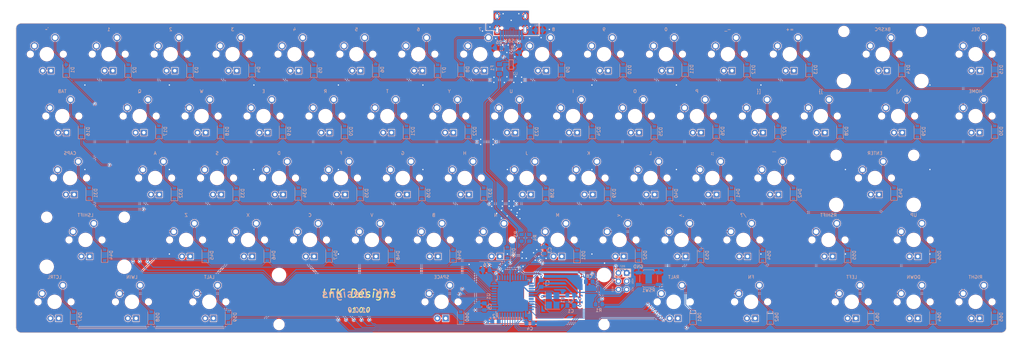
<source format=kicad_pcb>
(kicad_pcb (version 20211014) (generator pcbnew)
  (layers (0 "F.Cu" signal) (31 "B.Cu" signal) (34 "B.Paste" user) (35 "F.Paste" user) (36 "B.SilkS" user "B.Silkscreen") (37 "F.SilkS" user "F.Silkscreen") (38 "B.Mask" user) (39 "F.Mask" user) (44 "Edge.Cuts" user))
  (net 0 "")
  (net 1 "XTAL1")
  (net 2 "GND")
  (net 3 "XTAL2")
  (net 4 "Net-(C3-Pad1)")
  (net 5 "+5V")
  (net 6 "row0")
  (net 7 "Net-(D1-Pad2)")
  (net 8 "Net-(D2-Pad2)")
  (net 9 "Net-(D3-Pad2)")
  (net 10 "Net-(D4-Pad2)")
  (net 11 "Net-(D5-Pad2)")
  (net 12 "Net-(D6-Pad2)")
  (net 13 "Net-(D7-Pad2)")
  (net 14 "Net-(D8-Pad2)")
  (net 15 "Net-(D9-Pad2)")
  (net 16 "Net-(D10-Pad2)")
  (net 17 "Net-(D11-Pad2)")
  (net 18 "Net-(D12-Pad2)")
  (net 19 "Net-(D13-Pad2)")
  (net 20 "Net-(D14-Pad2)")
  (net 21 "Net-(D15-Pad2)")
  (net 22 "row1")
  (net 23 "Net-(D16-Pad2)")
  (net 24 "Net-(D17-Pad2)")
  (net 25 "Net-(D18-Pad2)")
  (net 26 "Net-(D19-Pad2)")
  (net 27 "Net-(D20-Pad2)")
  (net 28 "Net-(D21-Pad2)")
  (net 29 "Net-(D22-Pad2)")
  (net 30 "Net-(D23-Pad2)")
  (net 31 "Net-(D24-Pad2)")
  (net 32 "Net-(D25-Pad2)")
  (net 33 "Net-(D26-Pad2)")
  (net 34 "Net-(D27-Pad2)")
  (net 35 "Net-(D28-Pad2)")
  (net 36 "Net-(D29-Pad2)")
  (net 37 "Net-(D30-Pad2)")
  (net 38 "row2")
  (net 39 "Net-(D31-Pad2)")
  (net 40 "Net-(D32-Pad2)")
  (net 41 "Net-(D33-Pad2)")
  (net 42 "Net-(D34-Pad2)")
  (net 43 "Net-(D35-Pad2)")
  (net 44 "Net-(D36-Pad2)")
  (net 45 "Net-(D37-Pad2)")
  (net 46 "Net-(D38-Pad2)")
  (net 47 "Net-(D39-Pad2)")
  (net 48 "Net-(D40-Pad2)")
  (net 49 "Net-(D41-Pad2)")
  (net 50 "Net-(D42-Pad2)")
  (net 51 "Net-(D43-Pad2)")
  (net 52 "row3")
  (net 53 "Net-(D44-Pad2)")
  (net 54 "Net-(D45-Pad2)")
  (net 55 "Net-(D46-Pad2)")
  (net 56 "Net-(D47-Pad2)")
  (net 57 "Net-(D48-Pad2)")
  (net 58 "Net-(D49-Pad2)")
  (net 59 "Net-(D50-Pad2)")
  (net 60 "Net-(D51-Pad2)")
  (net 61 "Net-(D52-Pad2)")
  (net 62 "Net-(D53-Pad2)")
  (net 63 "Net-(D54-Pad2)")
  (net 64 "Net-(D55-Pad2)")
  (net 65 "Net-(D56-Pad2)")
  (net 66 "row4")
  (net 67 "Net-(D57-Pad2)")
  (net 68 "Net-(D58-Pad2)")
  (net 69 "Net-(D59-Pad2)")
  (net 70 "Net-(D60-Pad2)")
  (net 71 "Net-(D61-Pad2)")
  (net 72 "Net-(D62-Pad2)")
  (net 73 "Net-(D63-Pad2)")
  (net 74 "Net-(D64-Pad2)")
  (net 75 "Net-(D65-Pad2)")
  (net 76 "VCC")
  (net 77 "MISO")
  (net 78 "SCK")
  (net 79 "MOSI")
  (net 80 "RESET")
  (net 81 "Net-(R2-Pad1)")
  (net 82 "DN")
  (net 83 "D-")
  (net 84 "DP")
  (net 85 "D+")
  (net 86 "Net-(R5-Pad1)")
  (net 87 "Net-(R6-Pad1)")
  (net 88 "col0")
  (net 89 "col1")
  (net 90 "col2")
  (net 91 "col3")
  (net 92 "col4")
  (net 93 "col5")
  (net 94 "col6")
  (net 95 "col7")
  (net 96 "col8")
  (net 97 "col9")
  (net 98 "col10")
  (net 99 "col11")
  (net 100 "col12")
  (net 101 "col13")
  (net 102 "col14")
  (net 108 "Earth")
  (footprint "MX_Only:MXOnly-1U" (layer "F.Cu") (at 255.5875 57.15)
    (fp_text reference "SW11")
    (fp_text value "0")
  )
  (footprint "MX_Only:MXOnly-1U" (layer "F.Cu") (at 227.0125 76.2)
    (fp_text reference "SW24")
    (fp_text value "I")
  )
  (footprint "MX_Only:MXOnly-1.75U" (layer "F.Cu") (at 72.23125 95.25)
    (fp_text reference "SW31")
    (fp_text value "CAPS")
  )
  (footprint "MX_Only:MXOnly-1.25U" (layer "F.Cu") (at 257.96875 133.35)
    (fp_text reference "SW61")
    (fp_text value "RALT")
  )
  (footprint "MX_Only:MXOnly-1U" (layer "F.Cu") (at 303.2125 76.2)
    (fp_text reference "SW28")
    (fp_text value "]}")
  )
  (footprint "MX_Only:MXOnly-1.25U" (layer "F.Cu") (at 115.09375 133.35)
    (fp_text reference "SW59")
    (fp_text value "LALT")
  )
  (footprint "MX_Only:MXOnly-1U" (layer "F.Cu") (at 250.825 95.25)
    (fp_text reference "SW40")
    (fp_text value "L")
  )
  (footprint "MX_Only:MXOnly-1U" (layer "F.Cu") (at 165.1 114.3)
    (fp_text reference "SW48")
    (fp_text value "V")
  )
  (footprint "MX_Only:MXOnly-1U" (layer "F.Cu") (at 146.05 114.3)
    (fp_text reference "SW47")
    (fp_text value "C")
  )
  (footprint "MX_Only:MXOnly-1U" (layer "F.Cu") (at 212.725 95.25)
    (fp_text reference "SW38")
    (fp_text value "J")
  )
  (footprint "MX_Only:MXOnly-1.25U" (layer "F.Cu") (at 91.28125 133.35)
    (fp_text reference "SW58")
    (fp_text value "LWIN")
  )
  (footprint "MX_Only:MXOnly-1U" (layer "F.Cu") (at 279.4 114.3)
    (fp_text reference "SW54")
    (fp_text value "/?")
  )
  (footprint "MX_Only:MXOnly-1U" (layer "F.Cu") (at 312.7375 133.35)
    (fp_text reference "SW63")
    (fp_text value "LEFT")
  )
  (footprint "MX_Only:MXOnly-1U" (layer "F.Cu") (at 112.7125 76.2)
    (fp_text reference "SW18")
    (fp_text value "W")
  )
  (footprint "MX_Only:MXOnly-1U" (layer "F.Cu") (at 117.475 95.25)
    (fp_text reference "SW33")
    (fp_text value "S")
  )
  (footprint "MX_Only:MXOnly-1.25U" (layer "F.Cu") (at 67.46875 133.35)
    (fp_text reference "SW57")
    (fp_text value "LCTRL")
  )
  (footprint "MX_Only:MXOnly-1U" (layer "F.Cu") (at 231.775 95.25)
    (fp_text reference "SW39")
    (fp_text value "K")
  )
  (footprint "MX_Only:MXOnly-1.5U" (layer "F.Cu") (at 69.85 76.2)
    (fp_text reference "SW16")
    (fp_text value "TAB")
  )
  (footprint "MX_Only:MXOnly-1U" (layer "F.Cu") (at 274.6375 57.15)
    (fp_text reference "SW12")
    (fp_text value "-_")
  )
  (footprint "MX_Only:MXOnly-1U" (layer "F.Cu") (at 169.8625 76.2)
    (fp_text reference "SW21")
    (fp_text value "T")
  )
  (footprint "MX_Only:MXOnly-1U" (layer "F.Cu") (at 131.7625 76.2)
    (fp_text reference "SW19")
    (fp_text value "E")
  )
  (footprint "MX_Only:MXOnly-1U" (layer "F.Cu") (at 222.25 114.3)
    (fp_text reference "SW51")
    (fp_text value "M")
  )
  (footprint "MX_Only:MXOnly-1U" (layer "F.Cu") (at 103.1875 57.15)
    (fp_text reference "SW3")
    (fp_text value "2")
  )
  (footprint "MX_Only:MXOnly-1U" (layer "F.Cu") (at 174.625 95.25)
    (fp_text reference "SW36")
    (fp_text value "G")
  )
  (footprint "MX_Only:MXOnly-1U" (layer "F.Cu") (at 331.7875 133.35)
    (fp_text reference "SW64")
    (fp_text value "DOWN")
  )
  (footprint "MX_Only:MXOnly-1U" (layer "F.Cu") (at 331.7875 114.3)
    (fp_text reference "SW56")
    (fp_text value "UP")
  )
  (footprint "MX_Only:MXOnly-1U" (layer "F.Cu") (at 350.8375 57.15)
    (fp_text reference "SW15")
    (fp_text value "DEL")
  )
  (footprint "MX_Only:MXOnly-1.5U" (layer "F.Cu") (at 327.025 76.2)
    (fp_text reference "SW29")
    (fp_text value "\\|")
  )
  (footprint "MX_Only:MXOnly-1U" (layer "F.Cu") (at 350.8375 133.35)
    (fp_text reference "SW65")
    (fp_text value "RIGHT")
  )
  (footprint "MX_Only:MXOnly-1U" (layer "F.Cu") (at 269.875 95.25)
    (fp_text reference "SW41")
    (fp_text value ";:")
  )
  (footprint "MX_Only:MXOnly-1U" (layer "F.Cu") (at 198.4375 57.15)
    (fp_text reference "SW8")
    (fp_text value "7")
  )
  (footprint "MX_Only:MXOnly-1U" (layer "F.Cu") (at 284.1625 76.2)
    (fp_text reference "SW27")
    (fp_text value "[{")
  )
  (footprint "MX_Only:MXOnly-1U" (layer "F.Cu") (at 246.0625 76.2)
    (fp_text reference "SW25")
    (fp_text value "O")
  )
  (footprint "MX_Only:MXOnly-2U" (layer "F.Cu") (at 322.2625 57.15)
    (fp_text reference "SW14")
    (fp_text value "BKSPC")
  )
  (footprint "MX_Only:MXOnly-1U" (layer "F.Cu") (at 179.3875 57.15)
    (fp_text reference "SW7")
    (fp_text value "6")
  )
  (footprint "MX_Only:MXOnly-1U" (layer "F.Cu") (at 98.425 95.25)
    (fp_text reference "SW32")
    (fp_text value "A")
  )
  (footprint "MX_Only:MXOnly-1U" (layer "F.Cu") (at 141.2875 57.15)
    (fp_text reference "SW5")
    (fp_text value "4")
  )
  (footprint "MX_Only:MXOnly-1U" (layer "F.Cu") (at 107.95 114.3)
    (fp_text reference "SW45")
    (fp_text value "Z")
  )
  (footprint "MX_Only:MXOnly-1U" (layer "F.Cu") (at 65.0875 57.15)
    (fp_text reference "SW1")
    (fp_text value "`~")
  )
  (footprint "MX_Only:MXOnly-1U" (layer "F.Cu") (at 150.8125 76.2)
    (fp_text reference "SW20")
    (fp_text value "R")
  )
  (footprint "MX_Only:MXOnly-1U" (layer "F.Cu") (at 184.15 114.3)
    (fp_text reference "SW49")
    (fp_text value "B")
  )
  (footprint "MX_Only:MXOnly-1.75U" (layer "F.Cu") (at 305.59375 114.3)
    (fp_text reference "SW55")
    (fp_text value "RSHIFT")
  )
  (footprint "MX_Only:MXOnly-1.25U" (layer "F.Cu") (at 281.78125 133.35)
    (fp_text reference "SW62")
    (fp_text value "FN")
  )
  (footprint "MX_Only:MXOnly-6.25U-ReversedStabilizers" (layer "F.Cu") (at 186.53125 133.35)
    (fp_text reference "SW60")
    (fp_text value "SPACE")
  )
  (footprint "MX_Only:MXOnly-1U" (layer "F.Cu") (at 236.5375 57.15)
    (fp_text reference "SW10")
    (fp_text value "9")
  )
  (footprint "MX_Only:MXOnly-1U" (layer "F.Cu") (at 207.9625 76.2)
    (fp_text reference "SW23")
    (fp_text value "U")
  )
  (footprint "MX_Only:MXOnly-1U" (layer "F.Cu") (at 93.6625 76.2)
    (fp_text reference "SW17")
    (fp_text value "Q")
  )
  (footprint "MX_Only:MXOnly-1U" (layer "F.Cu") (at 260.35 114.3)
    (fp_text reference "SW53")
    (fp_text value ".>")
  )
  (footprint "MX_Only:MXOnly-1U" (layer "F.Cu") (at 293.6875 57.15)
    (fp_text reference "SW13")
    (fp_text value "=+")
  )
  (footprint "MX_Only:MXOnly-1U" (layer "F.Cu") (at 127 114.3)
    (fp_text reference "SW46")
    (fp_text value "X")
  )
  (footprint "MX_Only:MXOnly-1U" (layer "F.Cu") (at 217.4875 57.15)
    (fp_text reference "SW9")
    (fp_text value "8")
  )
  (footprint "MX_Only:MXOnly-1U" (layer "F.Cu") (at 155.575 95.25)
    (fp_text reference "SW35")
    (fp_text value "F")
  )
  (footprint "MX_Only:MXOnly-1U" (layer "F.Cu") (at 203.2 114.3)
    (fp_text reference "SW50")
    (fp_text value "N")
  )
  (footprint "MX_Only:MXOnly-1U" (layer "F.Cu") (at 193.675 95.25)
    (fp_text reference "SW37")
    (fp_text value "H")
  )
  (footprint "MX_Only:MXOnly-2.25U" (layer "F.Cu") (at 319.88125 95.25)
    (fp_text reference "SW43")
    (fp_text value "ENTER")
  )
  (footprint "MX_Only:MXOnly-1U" (layer "F.Cu") (at 136.525 95.25)
    (fp_text reference "SW34")
    (fp_text value "D")
  )
  (footprint "MX_Only:MXOnly-1U" (layer "F.Cu") (at 288.925 95.25)
    (fp_text reference "SW42")
    (fp_text value "'\"")
  )
  (footprint "MX_Only:MXOnly-1U" (layer "F.Cu") (at 265.1125 76.2)
    (fp_text reference "SW26")
    (fp_text value "P")
  )
  (footprint "MX_Only:MXOnly-1U" (layer "F.Cu") (at 188.9125 76.2)
    (fp_text reference "SW22")
    (fp_text value "Y")
  )
  (footprint "MX_Only:MXOnly-1U" (layer "F.Cu") (at 122.2375 57.15)
    (fp_text reference "SW4")
    (fp_text value "3")
  )
  (footprint "MX_Only:MXOnly-1U" (layer "F.Cu") (at 160.3375 57.15)
    (fp_text reference "SW6")
    (fp_text value "5")
  )
  (footprint "MX_Only:MXOnly-1U" (layer "F.Cu") (at 84.1375 57.15)
    (fp_text reference "SW2")
    (fp_text value "1")
  )
  (footprint "MX_Only:MXOnly-1U" (layer "F.Cu") (at 350.8375 76.2)
    (fp_text reference "SW30")
    (fp_text value "HOME")
  )
  (footprint "MX_Only:MXOnly-1U" (layer "F.Cu") (at 241.3 114.3)
    (fp_text reference "SW52")
    (fp_text value ",<")
  )
  (footprint "MX_Only:MXOnly-2.25U" (layer "F.Cu") (at 76.99375 114.3)
    (fp_text reference "SW44")
    (fp_text value "LSHIFT")
  )
  (footprint "Diode_SMD:D_SOD-123" (layer "B.Cu") (at 263.89622 138.08959 90)
    (fp_text reference "D61")
    (fp_text value "D")
  )
  (footprint "Diode_SMD:D_SOD-123" (layer "B.Cu") (at 120.98505 138.029968 90)
    (fp_text reference "D59")
    (fp_text value "D")
  )
  (footprint "Diode_SMD:D_SOD-123" (layer "B.Cu") (at 137.63504 80.869921 90)
    (fp_text reference "D19")
    (fp_text value "D")
  )
  (footprint "Diode_SMD:D_SOD-123" (layer "B.Cu") (at 99.565183 80.868709 90)
    (fp_text reference "D17")
    (fp_text value "D")
  )
  (footprint "Diode_SMD:D_SOD-123" (layer "B.Cu") (at 275.762226 99.915732 90)
    (fp_text reference "D41")
    (fp_text value "D")
  )
  (footprint "Capacitor_SMD:C_0805_2012Metric_Pad1.18x1.45mm_HandSolder" (layer "B.Cu") (at 200.276691 123.608059 180)
    (fp_text reference "C6")
    (fp_text value "0.1u")
  )
  (footprint "Diode_SMD:D_SOD-123" (layer "B.Cu") (at 261.496938 61.775118 90)
    (fp_text reference "D11")
    (fp_text value "D")
  )
  (footprint "Diode_SMD:D_SOD-123" (layer "B.Cu") (at 309.119393 80.835757 90)
    (fp_text reference "D28")
    (fp_text value "D")
  )
  (footprint "Diode_SMD:D_SOD-123" (layer "B.Cu") (at 337.672962 119.053915 90)
    (fp_text reference "D56")
    (fp_text value "D")
  )
  (footprint "Capacitor_SMD:C_0805_2012Metric_Pad1.18x1.45mm_HandSolder" (layer "B.Cu") (at 218.151046 117.489485 90)
    (fp_text reference "C3")
    (fp_text value "1u")
  )
  (footprint "Diode_SMD:D_SOD-123" (layer "B.Cu") (at 190.042796 118.960931 90)
    (fp_text reference "D49")
    (fp_text value "D")
  )
  (footprint "Diode_SMD:D_SOD-123" (layer "B.Cu") (at 206.76875 118.189433 90)
    (fp_text reference "D50")
    (fp_text value "D")
  )
  (footprint "Diode_SMD:D_SOD-123" (layer "B.Cu") (at 213.829592 80.975706 90)
    (fp_text reference "D23")
    (fp_text value "D")
  )
  (footprint "Diode_SMD:D_SOD-123" (layer "B.Cu") (at 294.803937 99.928797 90)
    (fp_text reference "D42")
    (fp_text value "D")
  )
  (footprint "Diode_SMD:D_SOD-123" (layer "B.Cu") (at 356.734925 80.835233 90)
    (fp_text reference "D30")
    (fp_text value "D")
  )
  (footprint "Diode_SMD:D_SOD-123" (layer "B.Cu") (at 266.240103 118.998038 90)
    (fp_text reference "D53")
    (fp_text value "D")
  )
  (footprint "random-keyboard-parts:Reset_Pretty-Mask" (layer "B.Cu") (at 242.223123 127.003252)
    (fp_text reference "J1")
    (fp_text value "AVR-ISP-6")
  )
  (footprint "Diode_SMD:D_SOD-123" (layer "B.Cu") (at 90.09375 62.0125 90)
    (fp_text reference "D2")
    (fp_text value "D")
  )
  (footprint "Diode_SMD:D_SOD-123" (layer "B.Cu") (at 185.34375 62.0625 90)
    (fp_text reference "D7")
    (fp_text value "D")
  )
  (footprint "Capacitor_SMD:C_0805_2012Metric_Pad1.18x1.45mm_HandSolder" (layer "B.Cu") (at 226.281913 131.303624)
    (fp_text reference "C2")
    (fp_text value "22p")
  )
  (footprint "random-keyboard-parts:SOT143B" (layer "B.Cu") (at 207.9625 60.325 180)
    (fp_text reference "U2")
    (fp_text value "PRTR5V0U2X")
  )
  (footprint "Diode_SMD:D_SOD-123" (layer "B.Cu") (at 237.655378 99.951434 90)
    (fp_text reference "D39")
    (fp_text value "D")
  )
  (footprint "Diode_SMD:D_SOD-123" (layer "B.Cu") (at 82.867591 118.972553 90)
    (fp_text reference "D44")
    (fp_text value "D")
  )
  (footprint "Diode_SMD:D_SOD-123" (layer "B.Cu") (at 251.982936 80.996221 90)
    (fp_text reference "D25")
    (fp_text value "D")
  )
  (footprint "Diode_SMD:D_SOD-123" (layer "B.Cu") (at 109.14375 62.0125 90)
    (fp_text reference "D3")
    (fp_text value "D")
  )
  (footprint "Diode_SMD:D_SOD-123" (layer "B.Cu") (at 113.830769 119.030899 90)
    (fp_text reference "D45")
    (fp_text value "D")
  )
  (footprint "Diode_SMD:D_SOD-123" (layer "B.Cu") (at 118.565736 80.851915 90)
    (fp_text reference "D18")
    (fp_text value "D")
  )
  (footprint "Diode_SMD:D_SOD-123" (layer "B.Cu") (at 218.605573 99.951043 90)
    (fp_text reference "D38")
    (fp_text value "D")
  )
  (footprint "Diode_SMD:D_SOD-123" (layer "B.Cu") (at 171.133465 119.03812 90)
    (fp_text reference "D48")
    (fp_text value "D")
  )
  (footprint "Resistor_SMD:R_0805_2012Metric_Pad1.20x1.40mm_HandSolder" (layer "B.Cu") (at 211.150422 113.654332 -90)
    (fp_text reference "R3")
    (fp_text value "22")
  )
  (footprint "Diode_SMD:D_SOD-123" (layer "B.Cu") (at 311.500508 119.010917 90)
    (fp_text reference "D55")
    (fp_text value "D")
  )
  (footprint "Diode_SMD:D_SOD-123" (layer "B.Cu") (at 71.0375 62 90)
    (fp_text reference "D1")
    (fp_text value "D")
  )
  (footprint "Diode_SMD:D_SOD-123" (layer "B.Cu") (at 147.24375 62.0625 90)
    (fp_text reference "D5")
    (fp_text value "D")
  )
  (footprint "Capacitor_SMD:C_0805_2012Metric_Pad1.18x1.45mm_HandSolder" (layer "B.Cu") (at 231.980098 127.151485 180)
    (fp_text reference "C8")
    (fp_text value "10u")
  )
  (footprint "Resistor_SMD:R_0805_2012Metric_Pad1.20x1.40mm_HandSolder" (layer "B.Cu") (at 203.99375 55.261263 180)
    (fp_text reference "R6")
    (fp_text value "5.1k")
  )
  (footprint "Inductor_SMD:L_0805_2012Metric_Pad1.15x1.40mm_HandSolder" (layer "B.Cu") (at 216.535 49.784 180)
    (fp_text reference "FB1")
    (fp_text value "60@100MHz")
  )
  (footprint "Diode_SMD:D_SOD-123" (layer "B.Cu") (at 75.752308 80.944908 90)
    (fp_text reference "D16")
    (fp_text value "D")
  )
  (footprint "Diode_SMD:D_SOD-123" (layer "B.Cu") (at 356.73805 61.867854 90)
    (fp_text reference "D15")
    (fp_text value "D")
  )
  (footprint "Diode_SMD:D_SOD-123" (layer "B.Cu") (at 161.482546 99.95648 90)
    (fp_text reference "D35")
    (fp_text value "D")
  )
  (footprint "Package_QFP:TQFP-44_10x10mm_P0.8mm" (layer "B.Cu") (at 208.435753 131.661707 -90)
    (fp_text reference "U1")
    (fp_text value "ATmega32U4-A")
  )
  (footprint "Button_Switch_SMD:SW_SPST_SKQG_WithStem" (layer "B.Cu") (at 250.2669 126.20625)
    (fp_text reference "RSW1")
    (fp_text value "SW_PUSH_RESET")
  )
  (footprint "Fuse:Fuse_1206_3216Metric_Pad1.42x1.75mm_HandSolder" (layer "B.Cu") (at 204.356967 61.731928 -90)
    (fp_text reference "F1")
    (fp_text value "500m")
  )
  (footprint "Diode_SMD:D_SOD-123" (layer "B.Cu") (at 151.93736 118.959126 90)
    (fp_text reference "D47")
    (fp_text value "D")
  )
  (footprint "Capacitor_SMD:C_0805_2012Metric_Pad1.18x1.45mm_HandSolder" (layer "B.Cu") (at 217.167003 127.690457 -90)
    (fp_text reference "C7")
    (fp_text value "0.1u")
  )
  (footprint "Crystal:Crystal_SMD_3225-4Pin_3.2x2.5mm_HandSoldering" (layer "B.Cu") (at 220.725663 132.893624 90)
    (fp_text reference "Y1")
    (fp_text value "Crystal_GND24_Small")
  )
  (footprint "Diode_SMD:D_SOD-123" (layer "B.Cu") (at 97.177278 138.054695 90)
    (fp_text reference "D58")
    (fp_text value "D")
  )
  (footprint "Diode_SMD:D_SOD-123" (layer "B.Cu") (at 228.197588 119.059086 90)
    (fp_text reference "D51")
    (fp_text value "D")
  )
  (footprint "Diode_SMD:D_SOD-123" (layer "B.Cu") (at 199.527272 99.889145 90)
    (fp_text reference "D37")
    (fp_text value "D")
  )
  (footprint "Resistor_SMD:R_0805_2012Metric_Pad1.20x1.40mm_HandSolder" (layer "B.Cu") (at 234.95 134.14375)
    (fp_text reference "R1")
    (fp_text value "10k")
  )
  (footprint "Diode_SMD:D_SOD-123" (layer "B.Cu") (at 78.12481 99.912584 90)
    (fp_text reference "D31")
    (fp_text value "D")
  )
  (footprint "Capacitor_SMD:C_0805_2012Metric_Pad1.18x1.45mm_HandSolder" (layer "B.Cu") (at 213.720915 139.89126)
    (fp_text reference "C4")
    (fp_text value "0.1u")
  )
  (footprint "Diode_SMD:D_SOD-123" (layer "B.Cu") (at 356.710703 138.040665 90)
    (fp_text reference "D65")
    (fp_text value "D")
  )
  (footprint "Diode_SMD:D_SOD-123" (layer "B.Cu") (at 337.692378 138.010722 90)
    (fp_text reference "D64")
    (fp_text value "D")
  )
  (footprint "Diode_SMD:D_SOD-123" (layer "B.Cu") (at 132.89208 119.001238 90)
    (fp_text reference "D46")
    (fp_text value "D")
  )
  (footprint "Diode_SMD:D_SOD-123" (layer "B.Cu") (at 299.621537 61.865858 90)
    (fp_text reference "D13")
    (fp_text value "D")
  )
  (footprint "Diode_SMD:D_SOD-123" (layer "B.Cu") (at 285.294428 119.003962 90)
    (fp_text reference "D54")
    (fp_text value "D")
  )
  (footprint "Diode_SMD:D_SOD-123" (layer "B.Cu") (at 332.920697 80.903627 90)
    (fp_text reference "D29")
    (fp_text value "D")
  )
  (footprint "Diode_SMD:D_SOD-123" (layer "B.Cu") (at 104.326708 100.003683 90)
    (fp_text reference "D32")
    (fp_text value "D")
  )
  (footprint "Diode_SMD:D_SOD-123" (layer "B.Cu") (at 180.509065 99.964167 90)
    (fp_text reference "D36")
    (fp_text value "D")
  )
  (footprint "Resistor_SMD:R_0805_2012Metric_Pad1.20x1.40mm_HandSolder" (layer "B.Cu") (at 210.434025 55.573298 -90)
    (fp_text reference "R5")
    (fp_text value "5.1k")
  )
  (footprint "Diode_SMD:D_SOD-123" (layer "B.Cu") (at 290.059887 80.858139 90)
    (fp_text reference "D27")
    (fp_text value "D")
  )
  (footprint "Diode_SMD:D_SOD-123" (layer "B.Cu") (at 242.39375 61.898508 90)
    (fp_text reference "D10")
    (fp_text value "D")
  )
  (footprint "Diode_SMD:D_SOD-123" (layer "B.Cu") (at 287.668218 138.024488 90)
    (fp_text reference "D62")
    (fp_text value "D")
  )
  (footprint "Diode_SMD:D_SOD-123" (layer "B.Cu") (at 328.144363 61.840206 90)
    (fp_text reference "D14")
    (fp_text value "D")
  )
  (footprint "Diode_SMD:D_SOD-123" (layer "B.Cu") (at 325.762185 99.890773 90)
    (fp_text reference "D43")
    (fp_text value "D")
  )
  (footprint "Diode_SMD:D_SOD-123" (layer "B.Cu") (at 318.627947 138.061482 90)
    (fp_text reference "D63")
    (fp_text value "D")
  )
  (footprint "Type-C:HRO-TYPE-C-31-M-12-HandSoldering" (layer "B.Cu") (at 207.9625 42.8625)
    (fp_text reference "USB1")
    (fp_text value "HRO-TYPE-C-31-M-12")
  )
  (footprint "Diode_SMD:D_SOD-123" (layer "B.Cu") (at 192.421075 138.040052 90)
    (fp_text reference "D60")
    (fp_text value "D")
  )
  (footprint "Diode_SMD:D_SOD-123" (layer "B.Cu") (at 156.689261 80.893578 90)
    (fp_text reference "D20")
    (fp_text value "D")
  )
  (footprint "Capacitor_SMD:C_0805_2012Metric_Pad1.18x1.45mm_HandSolder" (layer "B.Cu") (at 226.281913 134.478624)
    (fp_text reference "C1")
    (fp_text value "22p")
  )
  (footprint "Resistor_SMD:R_0805_2012Metric_Pad1.20x1.40mm_HandSolder" (layer "B.Cu") (at 203.140337 139.337733 180)
    (fp_text reference "R2")
    (fp_text value "10k")
  )
  (footprint "Diode_SMD:D_SOD-123" (layer "B.Cu") (at 192.557821 61.816304 90)
    (fp_text reference "D8")
    (fp_text value "D")
  )
  (footprint "Diode_SMD:D_SOD-123" (layer "B.Cu") (at 232.904074 80.882383 90)
    (fp_text reference "D24")
    (fp_text value "D")
  )
  (footprint "Resistor_SMD:R_0805_2012Metric_Pad1.20x1.40mm_HandSolder" (layer "B.Cu") (at 213.531672 113.654332 -90)
    (fp_text reference "R4")
    (fp_text value "22")
  )
  (footprint "Diode_SMD:D_SOD-123" (layer "B.Cu") (at 271.035605 80.825849 90)
    (fp_text reference "D26")
    (fp_text value "D")
  )
  (footprint "Diode_SMD:D_SOD-123" (layer "B.Cu") (at 142.439817 99.873749 90)
    (fp_text reference "D34")
    (fp_text value "D")
  )
  (footprint "Diode_SMD:D_SOD-123" (layer "B.Cu") (at 247.166863 118.971909 90)
    (fp_text reference "D52")
    (fp_text value "D")
  )
  (footprint "Diode_SMD:D_SOD-123" (layer "B.Cu") (at 128.2375 61.9125 90)
    (fp_text reference "D4")
    (fp_text value "D")
  )
  (footprint "Capacitor_SMD:C_0805_2012Metric_Pad1.18x1.45mm_HandSolder" (layer "B.Cu") (at 199.704503 134.834207 90)
    (fp_text reference "C5")
    (fp_text value "0.1u")
  )
  (footprint "Diode_SMD:D_SOD-123" (layer "B.Cu") (at 73.337272 137.988265 90)
    (fp_text reference "D57")
    (fp_text value "D")
  )
  (footprint "Diode_SMD:D_SOD-123" (layer "B.Cu") (at 256.705378 99.98129 90)
    (fp_text reference "D40")
    (fp_text value "D")
  )
  (footprint "Diode_SMD:D_SOD-123" (layer "B.Cu") (at 223.4375 61.9125 90)
    (fp_text reference "D9")
    (fp_text value "D")
  )
  (footprint "Diode_SMD:D_SOD-123" (layer "B.Cu") (at 175.743242 80.893963 90)
    (fp_text reference "D21")
    (fp_text value "D")
  )
  (footprint "Diode_SMD:D_SOD-123" (layer "B.Cu") (at 280.510254 61.880872 90)
    (fp_text reference "D12")
    (fp_text value "D")
  )
  (footprint "Diode_SMD:D_SOD-123" (layer "B.Cu") (at 123.353982 99.944891 90)
    (fp_text reference "D33")
    (fp_text value "D")
  )
  (footprint "Diode_SMD:D_SOD-123" (layer "B.Cu") (at 194.764424 80.871863 90)
    (fp_text reference "D22")
    (fp_text value "D")
  )
  (footprint "Diode_SMD:D_SOD-123" (layer "B.Cu") (at 166.29375 61.9125 90)
    (fp_text reference "D6")
    (fp_text value "D")
  )
  (gr_line (start 214.3125 47.625) (end 358.775 47.625) (layer "Edge.Cuts") (width 0.1))
  (gr_line (start 57.15 47.625) (end 201.6125 47.625) (layer "Edge.Cuts") (width 0.1))
  (gr_arc (start 214.3125 47.625) (mid 213.751234 47.392516) (end 213.51875 46.83125) (layer "Edge.Cuts") (width 0.1))
  (gr_arc (start 360.3625 141.2875) (mid 359.897532 142.410032) (end 358.775 142.875) (layer "Edge.Cuts") (width 0.1))
  (gr_line (start 213.51875 46.83125) (end 213.51875 43.65625) (layer "Edge.Cuts") (width 0.1))
  (gr_line (start 360.3625 49.2125) (end 360.3625 141.2875) (layer "Edge.Cuts") (width 0.1))
  (gr_arc (start 358.775 47.625) (mid 359.897532 48.089968) (end 360.3625 49.2125) (layer "Edge.Cuts") (width 0.1))
  (gr_arc (start 55.5625 49.2125) (mid 56.027468 48.089968) (end 57.15 47.625) (layer "Edge.Cuts") (width 0.1))
  (gr_arc (start 57.15 142.875) (mid 56.027468 142.410032) (end 55.5625 141.2875) (layer "Edge.Cuts") (width 0.1))
  (gr_line (start 202.40625 46.83125) (end 202.40625 43.65625) (layer "Edge.Cuts") (width 0.1))
  (gr_line (start 358.775 142.875) (end 57.15 142.875) (layer "Edge.Cuts") (width 0.1))
  (gr_line (start 55.5625 141.2875) (end 55.5625 49.2125) (layer "Edge.Cuts") (width 0.1))
  (gr_arc (start 202.40625 46.83125) (mid 202.173766 47.392516) (end 201.6125 47.625) (layer "Edge.Cuts") (width 0.1))
  (gr_line (start 202.40625 43.65625) (end 213.51875 43.65625) (layer "Edge.Cuts") (width 0.1))
  (segment (start 218.398253 134.549207) (end 215.510753 131.661707) (width 0.25) (layer "B.Cu") (net 1))
  (segment (start 219.674093 136.582045) (end 218.398253 135.306205) (width 0.25) (layer "B.Cu") (net 1))
  (segment (start 219.575663 134.343624) (end 218.603836 134.343624) (width 0.25) (layer "B.Cu") (net 1))
  (segment (start 225.244413 134.478624) (end 223.140992 136.582045) (width 0.25) (layer "B.Cu") (net 1))
  (segment (start 218.398253 135.306205) (end 218.398253 134.549207) (width 0.25) (layer "B.Cu") (net 1))
  (segment (start 223.140992 136.582045) (end 219.674093 136.582045) (width 0.25) (layer "B.Cu") (net 1))
  (segment (start 218.603836 134.343624) (end 218.398253 134.549207) (width 0.25) (layer "B.Cu") (net 1))
  (segment (start 215.510753 131.661707) (end 214.135753 131.661707) (width 0.25) (layer "B.Cu") (net 1))
  (segment (start 209.813787 105.951057) (end 205.268891 105.951057) (width 0.381) (layer "F.Cu") (net 2))
  (segment (start 215.83142 111.96869) (end 215.83142 117.298384) (width 0.381) (layer "F.Cu") (net 2))
  (segment (start 202.583445 111.220262) (end 200.765599 113.038108) (width 0.381) (layer "F.Cu") (net 2))
  (segment (start 218.703107 119.984586) (end 218.720494 119.984586) (width 0.381) (layer "F.Cu") (net 2))
  (segment (start 200.765599 113.038108) (end 200.765599 116.082174) (width 0.381) (layer "F.Cu") (net 2))
  (segment (start 202.583445 108.636503) (end 202.583445 111.220262) (width 0.381) (layer "F.Cu") (net 2))
  (segment (start 236.654057 121.415896) (end 236.680586 121.442425) (width 0.381) (layer "F.Cu") (net 2))
  (segment (start 229.141651 134.518928) (end 229.112967 134.490244) (width 0.381) (layer "F.Cu") (net 2))
  (segment (start 227.704291 123.037023) (end 227.704291 122.962) (width 0.381) (layer "F.Cu") (net 2))
  (segment (start 229.112967 132.410672) (end 229.112967 126.712167) (width 0.381) (layer "F.Cu") (net 2))
  (segment (start 229.82995 121.415896) (end 236.654057 121.415896) (width 0.381) (layer "F.Cu") (net 2))
  (segment (start 209.813787 105.951057) (end 215.83142 111.96869) (width 0.381) (layer "F.Cu") (net 2))
  (segment (start 229.112967 134.490244) (end 229.112967 126.712167) (width 0.381) (layer "F.Cu") (net 2))
  (segment (start 229.957894 125.290626) (end 227.704291 123.037023) (width 0.381) (layer "F.Cu") (net 2))
  (segment (start 228.283846 122.962) (end 229.82995 121.415896) (width 0.381) (layer "F.Cu") (net 2))
  (segment (start 229.112967 126.135553) (end 229.957894 125.290626) (width 0.381) (layer "F.Cu") (net 2))
  (segment (start 229.112967 126.712167) (end 229.112967 126.135553) (width 0.381) (layer "F.Cu") (net 2))
  (segment (start 205.268891 105.951057) (end 202.583445 108.636503) (width 0.381) (layer "F.Cu") (net 2))
  (segment (start 217.481706 131.765288) (end 228.467583 131.765288) (width 0.381) (layer "F.Cu") (net 2))
  (segment (start 200.765599 116.082174) (end 195.018107 121.829666) (width 0.381) (layer "F.Cu") (net 2))
  (segment (start 227.704291 122.962) (end 228.283846 122.962) (width 0.381) (layer "F.Cu") (net 2))
  (segment (start 228.467583 131.765288) (end 229.112967 132.410672) (width 0.381) (layer "F.Cu") (net 2))
  (segment (start 221.697908 122.962) (end 227.704291 122.962) (width 0.381) (layer "F.Cu") (net 2))
  (segment (start 218.720494 119.984586) (end 221.697908 122.962) (width 0.381) (layer "F.Cu") (net 2))
  (via (at 198.569959 84.93125) (size 0.8) (drill 0.4) (layers "F.Cu" "B.Cu") (net 2))
  (via (at 206.628789 56.631942) (size 0.8) (drill 0.4) (layers "F.Cu" "B.Cu") (net 2))
  (via (at 206.646728 64.116823) (size 0.8) (drill 0.4) (layers "F.Cu" "B.Cu") (net 2))
  (via (at 208.782331 103.925671) (size 0.8) (drill 0.4) (layers "F.Cu" "B.Cu") (net 2))
  (via (at 203.2 52.324) (size 0.8) (drill 0.4) (layers "F.Cu" "B.Cu") (net 2))
  (via (at 76.8 66.64) (size 0.8) (drill 0.4) (layers "F.Cu" "B.Cu") (net 2))
  (via (at 205.873315 65.847797) (size 0.8) (drill 0.4) (layers "F.Cu" "B.Cu") (net 2))
  (via (at 229.957894 125.290626) (size 0.8) (drill 0.4) (layers "F.Cu" "B.Cu") (net 2))
  (via (at 232.8 118.64) (size 0.8) (drill 0.4) (layers "F.Cu" "B.Cu") (net 2))
  (via (at 219.71 49.53) (size 0.8) (drill 0.4) (layers "F.Cu" "B.Cu") (net 2))
  (via (at 205.281362 123.860418) (size 0.8) (drill 0.4) (layers "F.Cu" "B.Cu") (net 2))
  (via (at 216.466388 119.36847) (size 0.8) (drill 0.4) (layers "F.Cu" "B.Cu") (net 2))
  (via (at 211.387658 118.086508) (size 0.8) (drill 0.4) (layers "F.Cu" "B.Cu") (net 2))
  (via (at 210.565838 104.902588) (size 0.8) (drill 0.4) (layers "F.Cu" "B.Cu") (net 2))
  (via (at 204.988959 105.177825) (size 0.8) (drill 0.4) (layers "F.Cu" "B.Cu") (net 2))
  (via (at 258.8 92.64) (size 0.8) (drill 0.4) (layers "F.Cu" "B.Cu") (net 2))
  (via (at 102.8 66.64) (size 0.8) (drill 0.4) (layers "F.Cu" "B.Cu") (net 2))
  (via (at 202.40625 83.34375) (size 0.8) (drill 0.4) (layers "F.Cu" "B.Cu") (net 2))
  (via (at 217.481706 131.765288) (size 0.8) (drill 0.4) (layers "F.Cu" "B.Cu") (net 2))
  (via (at 236.680586 121.442425) (size 0.8) (drill 0.4) (layers "F.Cu" "B.Cu") (net 2))
  (via (at 209.032245 54.353515) (size 0.8) (drill 0.4) (layers "F.Cu" "B.Cu") (net 2))
  (via (at 202.644619 65.847797) (size 0.8) (drill 0.4) (layers "F.Cu" "B.Cu") (net 2))
  (via (at 212.626211 119.957979) (size 0.8) (drill 0.4) (layers "F.Cu" "B.Cu") (net 2))
  (via (at 154.8 92.64) (size 0.8) (drill 0.4) (layers "F.Cu" "B.Cu") (net 2))
  (via (at 204.932549 107.564145) (size 0.8) (drill 0.4) (layers "F.Cu" "B.Cu") (net 2))
  (via (at 206.8 92.64) (size 0.8) (drill 0.4) (layers "F.Cu" "B.Cu") (net 2))
  (via (at 102.8 118.64) (size 0.8) (drill 0.4) (layers "F.Cu" "B.Cu") (net 2))
  (via (at 202.40625 84.963957) (size 0.8) (drill 0.4) (layers "F.Cu" "B.Cu") (net 2))
  (via (at 207.329623 102.354289) (size 0.8) (drill 0.4) (layers "F.Cu" "B.Cu") (net 2))
  (via (at 180.8 66.64) (size 0.8) (drill 0.4) (layers "F.Cu" "B.Cu") (net 2))
  (via (at 207.042849 54.343169) (size 0.8) (drill 0.4) (layers "F.Cu" "B.Cu") (net 2))
  (via (at 218.703107 119.984586) (size 0.8) (drill 0.4) (layers "F.Cu" "B.Cu") (net 2))
  (via (at 202.669172 64.251864) (size 0.8) (drill 0.4) (layers "F.Cu" "B.Cu") (net 2))
  (via (at 128.8 66.64) (size 0.8) (drill 0.4) (layers "F.Cu" "B.Cu") (net 2))
  (via (at 201.985292 103.984932) (size 0.8) (drill 0.4) (layers "F.Cu" "B.Cu") (net 2))
  (via (at 336.8 118.64) (size 0.8) (drill 0.4) (layers "F.Cu" "B.Cu") (net 2))
  (via (at 210.272946 124.058705) (size 0.8) (drill 0.4) (layers "F.Cu" "B.Cu") (net 2))
  (via (at 128.8 92.64) (size 0.8) (drill 0.4) (layers "F.Cu" "B.Cu") (net 2))
  (via (at 208.770547 65.835521) (size 0.8) (drill 0.4) (layers "F.Cu" "B.Cu") (net 2))
  (via (at 202.009845 102.388999) (size 0.8) (drill 0.4) (layers "F.Cu" "B.Cu") (net 2))
  (via (at 206.8 118.64) (size 0.8) (drill 0.4) (layers "F.Cu" "B.Cu") (net 2))
  (via (at 213.614 52.324) (size 0.8) (drill 0.4) (layers "F.Cu" "B.Cu") (net 2))
  (via (at 205.246725 103.937947) (size 0.8) (drill 0.4) (layers "F.Cu" "B.Cu") (net 2))
  (via (at 102.8 92.64) (size 0.8) (drill 0.4) (layers "F.Cu" "B.Cu") (net 2))
  (via (at 211.139894 65.823244) (size 0.8) (drill 0.4) (layers "F.Cu" "B.Cu") (net 2))
  (via (at 195.018107 121.829666) (size 0.8) (drill 0.4) (layers "F.Cu" "B.Cu") (net 2))
  (via (at 211.595819 122.444585) (size 0.8) (drill 0.4) (layers "F.Cu" "B.Cu") (net 2))
  (via (at 211.164447 64.227311) (size 0.8) (drill 0.4) (layers "F.Cu" "B.Cu") (net 2))
  (via (at 76.8 92.64) (size 0.8) (drill 0.4) (layers "F.Cu" "B.Cu") (net 2))
  (via (at 209.08135 57.938227) (size 0.8) (drill 0.4) (layers "F.Cu" "B.Cu") (net 2))
  (via (at 180.8 92.64) (size 0.8) (drill 0.4) (layers "F.Cu" "B.Cu") (net 2))
  (via (at 229.112967 132.410672) (size 0.8) (drill 0.4) (layers "F.Cu" "B.Cu") (net 2))
  (via (at 154.8 118.64) (size 0.8) (drill 0.4) (layers "F.Cu" "B.Cu") (net 2))
  (via (at 217.17 52.07) (size 0.8) (drill 0.4) (layers "F.Cu" "B.Cu") (net 2))
  (via (at 203.502347 106.133944) (size 0.8) (drill 0.4) (layers "F.Cu" "B.Cu") (net 2))
  (via (at 310.8 118.64) (size 0.8) (drill 0.4) (layers "F.Cu" "B.Cu") (net 2))
  (via (at 206.170719 122.11444) (size 0.8) (drill 0.4) (layers "F.Cu" "B.Cu") (net 2))
  (via (at 209.653956 106.806534) (size 0.8) (drill 0.4) (layers "F.Cu" "B.Cu") (net 2))
  (via (at 198.569959 83.34375) (size 0.8) (drill 0.4) (layers "F.Cu" "B.Cu") (net 2))
  (via (at 206.719932 106.908799) (size 0.8) (drill 0.4) (layers "F.Cu" "B.Cu") (net 2))
  (via (at 211.305815 119.897961) (size 0.8) (drill 0.4) (layers "F.Cu" "B.Cu") (net 2))
  (via (at 215.83142 117.298384) (size 0.8) (drill 0.4) (layers "F.Cu" "B.Cu") (net 2))
  (via (at 284.8 66.64) (size 0.8) (drill 0.4) (layers "F.Cu" "B.Cu") (net 2))
  (via (at 336.8 66.64) (size 0.8) (drill 0.4) (layers "F.Cu" "B.Cu") (net 2))
  (via (at 207.337807 103.912) (size 0.8) (drill 0.4) (layers "F.Cu" "B.Cu") (net 2))
  (via (at 209.813787 105.951057) (size 0.8) (drill 0.4) (layers "F.Cu" "B.Cu") (net 2))
  (via (at 258.8 66.64) (size 0.8) (drill 0.4) (layers "F.Cu" "B.Cu") (net 2))
  (via (at 232.8 92.64) (size 0.8) (drill 0.4) (layers "F.Cu" "B.Cu") (net 2))
  (via (at 205.271278 102.342014) (size 0.8) (drill 0.4) (layers "F.Cu" "B.Cu") (net 2))
  (via (at 199.136 50.038) (size 0.8) (drill 0.4) (layers "F.Cu" "B.Cu") (net 2))
  (via (at 284.8 118.64) (size 0.8) (drill 0.4) (layers "F.Cu" "B.Cu") (net 2))
  (via (at 310.8 92.64) (size 0.8) (drill 0.4) (layers "F.Cu" "B.Cu") (net 2))
  (via (at 336.8 92.64) (size 0.8) (drill 0.4) (layers "F.Cu" "B.Cu") (net 2))
  (via (at 232.8 66.64) (size 0.8) (drill 0.4) (layers "F.Cu" "B.Cu") (net 2))
  (via (at 208.000733 105.063284) (size 0.8) (drill 0.4) (layers "F.Cu" "B.Cu") (net 2))
  (via (at 154.8 66.64) (size 0.8) (drill 0.4) (layers "F.Cu" "B.Cu") (net 2))
  (via (at 214.84074 118.246103) (size 0.8) (drill 0.4) (layers "F.Cu" "B.Cu") (net 2))
  (via (at 209.329123 64.001562) (size 0.8) (drill 0.4) (layers "F.Cu" "B.Cu") (net 2))
  (via (at 229.141651 134.518928) (size 0.8) (drill 0.4) (layers "F.Cu" "B.Cu") (net 2))
  (via (at 210.642444 107.746928) (size 0.8) (drill 0.4) (layers "F.Cu" "B.Cu") (net 2))
  (via (at 215.370035 120.538251) (size 0.8) (drill 0.4) (layers "F.Cu" "B.Cu") (net 2))
  (via (at 208.806884 102.329738) (size 0.8) (drill 0.4) (layers "F.Cu" "B.Cu") (net 2))
  (segment (start 227.319413 132.247624) (end 226.203913 133.363124) (width 0.381) (layer "B.Cu") (net 2))
  (segment (start 201.985292 103.984932) (end 201.985292 102.556923) (width 0.25) (layer "B.Cu") (net 2))
  (segment (start 210.642444 104.979194) (end 210.565838 104.902588) (width 0.25) (layer "B.Cu") (net 2))
  (segment (start 211.595819 122.735832) (end 211.595819 122.444585) (width 0.381) (layer "B.Cu") (net 2))
  (segment (start 221.875663 133.93911) (end 221.875663 134.343624) (width 0.381) (layer "B.Cu") (net 2))
  (segment (start 202.097458 139.294854) (end 202.140337 139.337733) (width 0.381) (layer "B.Cu") (net 2))
  (segment (start 221.875663 133.973668) (end 219.575663 131.673668) (width 0.381) (layer "B.Cu") (net 2))
  (segment (start 211.387658 118.086508) (end 211.387658 119.816118) (width 0.381) (layer "B.Cu") (net 2))
  (segment (start 224.743746 128.727957) (end 217.167003 128.727957) (width 0.381) (layer "B.Cu") (net 2))
  (segment (start 208.770547 64.560138) (end 209.329123 64.001562) (width 0.25) (layer "B.Cu") (net 2))
  (segment (start 217.80337 131.443624) (end 217.481706 131.765288) (width 0.381) (layer "B.Cu") (net 2))
  (segment (start 210.27397 65.395289) (end 210.27397 58.26353) (width 0.381) (layer "B.Cu") (net 2))
  (segment (start 216.677819 116.451985) (end 215.83142 117.298384) (width 0.381) (layer "B.Cu") (net 2))
  (segment (start 201.566999 74.10226) (end 201.566999 91.961485) (width 0.381) (layer "B.Cu") (net 2))
  (segment (start 205.575543 134.415917) (end 207.635753 132.355707) (width 0.381) (layer "B.Cu") (net 2))
  (segment (start 202.99375 54.695778) (end 202.99375 55.261263) (width 0.381) (layer "B.Cu") (net 2))
  (segment (start 212.435753 133.189126) (end 207.635753 128.389126) (width 0.381) (layer "B.Cu") (net 2))
  (segment (start 202.40625 84.963957) (end 202.40625 83.34375) (width 0.25) (layer "B.Cu") (net 2))
  (segment (start 204.7375 51.0575) (end 204.7375 52.952028) (width 0.381) (layer "B.Cu") (net 2))
  (segment (start 214.758415 139.684369) (end 212.435753 137.361707) (width 0.381) (layer "B.Cu") (net 2))
  (segment (start 206.170719 122.11444) (end 206.170719 122.971061) (width 0.25) (layer "B.Cu") (net 2))
  (segment (start 202.644619 65.847797) (end 202.644619 64.419788) (width 0.25) (layer "B.Cu") (net 2))
  (segment (start 210.738441 120.720942) (end 207.635753 123.82363) (width 0.381) (layer "B.Cu") (net 2))
  (segment (start 219.266546 119.421147) (end 219.266546 117.567485) (width 0.381) (layer "B.Cu") (net 2))
  (segment (start 201.700906 128.461707) (end 202.735753 128.461707) (width 0.381) (layer "B.Cu") (net 2))
  (segment (start 207.635753 132.355707) (end 207.635753 128.389126) (width 0.381) (layer "B.Cu") (net 2))
  (segment (start 211.524525 55.482798) (end 210.434025 56.573298) (width 0.381) (layer "B.Cu") (net 2))
  (segment (start 211.139894 65.823244) (end 211.139894 64.395235) (width 0.25) (layer "B.Cu") (net 2))
  (segment (start 215.370035 120.464823) (end 216.466388 119.36847) (width 0.25) (layer "B.Cu") (net 2))
  (segment (start 243.493123 124.463252) (end 240.472296 121.442425) (width 0.381) (layer "B.Cu") (net 2))
  (segment (start 207.337807 103.912) (end 207.329623 103.903816) (width 0.381) (layer "B.Cu") (net 2))
  (segment (start 227.319413 134.478624) (end 229.101347 134.478624) (width 0.381) (layer "B.Cu") (net 2))
  (segment (start 212.435753 137.361707) (end 212.435753 133.189126) (width 0.381) (layer "B.Cu") (net 2))
  (segment (start 221.875663 134.343624) (end 221.875663 133.973668) (width 0.381) (layer "B.Cu") (net 2))
  (segment (start 219.266546 117.567485) (end 218.151046 116.451985) (width 0.381) (layer "B.Cu") (net 2))
  (segment (start 227.319413 131.303624) (end 227.319413 132.247624) (width 0.381) (layer "B.Cu") (net 2))
  (segment (start 227.319413 131.303624) (end 224.743746 128.727957) (width 0.381) (layer "B.Cu") (net 2))
  (segment (start 207.042849 56.217882) (end 206.628789 56.631942) (width 0.381) (layer "B.Cu") (net 2))
  (segment (start 210.434025 58.103475) (end 208.9625 59.575) (width 0.381) (layer "B.Cu") (net 2))
  (segment (start 210.434025 56.573298) (end 210.434025 58.103475) (width 0.381) (layer "B.Cu") (net 2))
  (segment (start 204.988959 105.177825) (end 206.719932 106.908799) (width 0.25) (layer "B.Cu") (net 2))
  (segment (start 207.042849 54.343169) (end 207.042849 56.217882) (width 0.381) (layer "B.Cu") (net 2))
  (segment (start 211.1875 51.0575) (end 211.524525 51.394525) (width 0.381) (layer "B.Cu") (net 2))
  (segment (start 205.873315 64.890236) (end 206.646728 64.116823) (width 0.25) (layer "B.Cu") (net 2))
  (segment (start 240.472296 121.442425) (end 236.680586 121.442425) (width 0.381) (layer "B.Cu") (net 2))
  (segment (start 222.856163 133.363124) (end 226.203913 133.363124) (width 0.381) (layer "B.Cu") (net 2))
  (segment (start 218.151046 116.451985) (end 216.677819 116.451985) (width 0.381) (layer "B.Cu") (net 2))
  (segment (start 204.932549 107.564145) (end 203.502347 106.133944) (width 0.25) (layer "B.Cu") (net 2))
  (segment (start 208.782331 103.925671) (end 208.782331 102.497662) (width 0.25) (layer "B.Cu") (net 2))
  (segment (start 247.1669 124.35625) (end 243.600125 124.35625) (width 0.381) (layer "B.Cu") (net 2))
  (segment (start 209.032245 57.889122) (end 209.032245 54.353515) (width 0.381) (layer "B.Cu") (net 2))
  (segment (start 211.529753 128.461707) (end 213.129753 130.061707) (width 0.381) (layer "B.Cu") (net 2))
  (segment (start 198.569959 84.93125) (end 198.569959 83.34375) (width 0.25) (layer "B.Cu") (net 2))
  (segment (start 213.36029 120.720942) (end 210.738441 120.720942) (width 0.381) (layer "B.Cu") (net 2))
  (segment (start 228.005919 131.303624) (end 229.112967 132.410672) (width 0.381) (layer "B.Cu") (net 2))
  (segment (start 207.635753 123.82363) (end 207.635753 125.961707) (width 0.381) (layer "B.Cu") (net 2))
  (segment (start 209.653956 106.716507) (end 208.000733 105.063284) (width 0.381) (layer "B.Cu") (net 2))
  (segment (start 217.629247 116.451985) (end 213.36029 120.720942) (width 0.381) (layer "B.Cu") (net 2))
  (segment (start 208.058148 98.452633) (end 208.058148 104.195418) (width 0.381) (layer "B.Cu") (net 2))
  (segment (start 221.875663 134.343624) (end 222.856163 133.363124) (width 0.381) (layer "B.Cu") (net 2))
  (segment (start 214.758415 139.89126) (end 214.758415 139.684369) (width 0.381) (layer "B.Cu") (net 2))
  (segment (start 202.097458 137.894002) (end 205.575543 134.415917) (width 0.381) (layer "B.Cu") (net 2))
  (segment (start 205.246725 103.937947) (end 205.246725 102.509938) (width 0.25) (layer "B.Cu") (net 2))
  (segment (start 205.129753 134.861707) (end 205.575543 134.415917) (width 0.381) (layer "B.Cu") (net 2))
  (segment (start 210.272946 124.058705) (end 211.595819 122.735832) (width 0.381) (layer "B.Cu") (net 2))
  (segment (start 253.3669 124.35625) (end 247.1669 124.35625) (width 0.381) (layer "B.Cu") (net 2))
  (segment (start 209.08135 57.938227) (end 209.032245 57.889122) (width 0.381) (layer "B.Cu") (net 2))
  (segment (start 226.203913 133.363124) (end 227.319413 134.478624) (width 0.381) (layer "B.Cu") (net 2))
  (segment (start 215.370035 120.538251) (end 215.370035 120.464823) (width 0.25) (layer "B.Cu") (net 2))
  (segment (start 243.600125 124.35625) (end 243.493123 124.463252) (width 0.381) (layer "B.Cu") (net 2))
  (segment (start 209.653956 106.806534) (end 209.653956 106.716507) (width 0.381) (layer "B.Cu") (net 2))
  (segment (start 230.942598 126.27533) (end 229.957894 125.290626) (width 0.381) (layer "B.Cu") (net 2))
  (segment (start 207.635753 128.389126) (end 207.635753 125.961707) (width 0.381) (layer "B.Cu") (net 2))
  (segment (start 206.170719 122.971061) (end 205.281362 123.860418) (width 0.25) (layer "B.Cu") (net 2))
  (segment (start 210.27397 58.26353) (end 210.434025 58.103475) (width 0.381) (layer "B.Cu") (net 2))
  (segment (start 227.319413 131.303624) (end 228.005919 131.303624) (width 0.381) (layer "B.Cu") (net 2))
  (segment (start 202.735753 128.461707) (end 211.529753 128.461707) (width 0.381) (layer "B.Cu") (net 2))
  (segment (start 199.239191 123.608059) (end 199.239191 125.999992) (width 0.381) (layer "B.Cu") (net 2))
  (segment (start 201.566999 91.961485) (end 208.058148 98.452633) (width 0.381) (layer "B.Cu") (net 2))
  (segment (start 199.239191 125.999992) (end 201.700906 128.461707) (width 0.381) (layer "B.Cu") (net 2))
  (segment (start 196.7965 123.608059) (end 195.018107 121.829666) (width 0.381) (layer "B.Cu") (net 2))
  (segment (start 202.735753 134.861707) (end 200.769503 134.861707) (width 0.381) (layer "B.Cu") (net 2))
  (segment (start 215.833253 130.061707) (end 214.135753 130.061707) (width 0.381) (layer "B.Cu") (net 2))
  (segment (start 210.27397 65.395289) (end 201.566999 74.10226) (width 0.381) (layer "B.Cu") (net 2))
  (segment (start 211.524525 51.394525) (end 211.524525 55.482798) (width 0.381) (layer "B.Cu") (net 2))
  (segment (start 204.7375 52.952028) (end 202.99375 54.695778) (width 0.381) (layer "B.Cu") (net 2))
  (segment (start 208.770547 65.835521) (end 208.770547 64.560138) (width 0.25) (layer "B.Cu") (net 2))
  (segment (start 219.575663 131.443624) (end 217.80337 131.443624) (width 0.381) (layer "B.Cu") (net 2))
  (segment (start 208.058148 104.195418) (end 209.813787 105.951057) (width 0.381) (layer "B.Cu") (net 2))
  (segment (start 218.703107 119.984586) (end 219.266546 119.421147) (width 0.381) (layer "B.Cu") (net 2))
  (segment (start 202.735753 134.861707) (end 205.129753 134.861707) (width 0.381) (layer "B.Cu") (net 2))
  (segment (start 210.642444 107.746928) (end 210.642444 104.979194) (width 0.25) (layer "B.Cu") (net 2))
  (segment (start 218.151046 116.451985) (end 217.629247 116.451985) (width 0.381) (layer "B.Cu") (net 2))
  (segment (start 217.167003 128.727957) (end 215.833253 130.061707) (width 0.381) (layer "B.Cu") (net 2))
  (segment (start 211.387658 119.816118) (end 211.305815 119.897961) (width 0.381) (layer "B.Cu") (net 2))
  (segment (start 205.873315 65.847797) (end 205.873315 64.890236) (width 0.25) (layer "B.Cu") (net 2))
  (segment (start 229.101347 134.478624) (end 229.141651 134.518928) (width 0.381) (layer "B.Cu") (net 2))
  (segment (start 219.575663 131.673668) (end 219.575663 131.443624) (width 0.381) (layer "B.Cu") (net 2))
  (segment (start 213.128864 119.957979) (end 214.84074 118.246103) (width 0.25) (layer "B.Cu") (net 2))
  (segment (start 202.097458 137.894002) (end 202.097458 139.294854) (width 0.381) (layer "B.Cu") (net 2))
  (segment (start 207.329623 103.903816) (end 207.329623 102.354289) (width 0.381) (layer "B.Cu") (net 2))
  (segment (start 200.769503 134.861707) (end 199.704503 133.796707) (width 0.381) (layer "B.Cu") (net 2))
  (segment (start 212.626211 119.957979) (end 213.128864 119.957979) (width 0.25) (layer "B.Cu") (net 2))
  (segment (start 230.942598 127.151485) (end 230.942598 126.27533) (width 0.381) (layer "B.Cu") (net 2))
  (segment (start 199.239191 123.608059) (end 196.7965 123.608059) (width 0.381) (layer "B.Cu") (net 2))
  (segment (start 213.129753 130.061707) (end 214.135753 130.061707) (width 0.381) (layer "B.Cu") (net 2))
  (segment (start 221.875663 131.443624) (end 225.104413 131.443624) (width 0.25) (layer "B.Cu") (net 3))
  (segment (start 215.762281 130.861707) (end 214.135753 130.861707) (width 0.25) (layer "B.Cu") (net 3))
  (segment (start 216.555821 130.068167) (end 215.762281 130.861707) (width 0.25) (layer "B.Cu") (net 3))
  (segment (start 220.650206 130.068167) (end 216.555821 130.068167) (width 0.25) (layer "B.Cu") (net 3))
  (segment (start 221.875663 131.293624) (end 220.650206 130.068167) (width 0.25) (layer "B.Cu") (net 3))
  (segment (start 225.104413 131.443624) (end 225.244413 131.303624) (width 0.25) (layer "B.Cu") (net 3))
  (segment (start 221.875663 131.443624) (end 221.875663 131.293624) (width 0.25) (layer "B.Cu") (net 3))
  (segment (start 213.38393 121.42633) (end 210.762081 121.42633) (width 0.25) (layer "B.Cu") (net 4))
  (segment (start 216.283275 118.526985) (end 213.38393 121.42633) (width 0.25) (layer "B.Cu") (net 4))
  (segment (start 210.762081 121.42633) (end 208.435753 123.752658) (width 0.25) (layer "B.Cu") (net 4))
  (segment (start 218.151046 118.526985) (end 216.283275 118.526985) (width 0.25) (layer "B.Cu") (net 4))
  (segment (start 208.435753 123.752658) (end 208.435753 125.961707) (width 0.25) (layer "B.Cu") (net 4))
  (segment (start 210.291736 122.921979) (end 210.138987 123.074728) (width 0.381) (layer "F.Cu") (net 5))
  (segment (start 205.356675 123.069918) (end 204.441131 122.154374) (width 0.381) (layer "F.Cu") (net 5))
  (segment (start 211.560253 139.012251) (end 211.174342 138.62634) (width 0.381) (layer "F.Cu") (net 5))
  (segment (start 201.314191 122.154374) (end 201.276039 122.192526) (width 0.381) (layer "F.Cu") (net 5))
  (segment (start 210.291736 122.921979) (end 211.983725 124.613968) (width 0.381) (layer "F.Cu") (net 5))
  (segment (start 207.679638 121.29611) (end 198.30732 121.29611) (width 0.381) (layer "F.Cu") (net 5))
  (segment (start 197.028868 138.62634) (end 197.016503 138.613975) (width 0.381) (layer "F.Cu") (net 5))
  (segment (start 216.543998 124.613968) (end 217.167003 125.236973) (width 0.381) (layer "F.Cu") (net 5))
  (segment (start 197.016503 138.613975) (end 197.016503 135.881847) (width 0.381) (layer "F.Cu") (net 5))
  (segment (start 197.016503 122.586927) (end 197.410904 122.192526) (width 0.381) (layer "F.Cu") (net 5))
  (segment (start 204.441131 122.154374) (end 201.314191 122.154374) (width 0.381) (layer "F.Cu") (net 5))
  (segment (start 205.613608 123.074728) (end 205.608798 123.069918) (width 0.381) (layer "F.Cu") (net 5))
  (segment (start 211.174342 138.62634) (end 197.028868 138.62634) (width 0.381) (layer "F.Cu") (net 5))
  (segment (start 198.30732 121.29611) (end 197.410904 122.192526) (width 0.381) (layer "F.Cu") (net 5))
  (segment (start 205.608798 123.069918) (end 205.356675 123.069918) (width 0.381) (layer "F.Cu") (net 5))
  (segment (start 210.138987 123.074728) (end 205.613608 123.074728) (width 0.381) (layer "F.Cu") (net 5))
  (segment (start 201.276039 122.192526) (end 197.410904 122.192526) (width 0.381) (layer "F.Cu") (net 5))
  (segment (start 197.016503 135.881847) (end 197.016503 122.586927) (width 0.381) (layer "F.Cu") (net 5))
  (segment (start 211.983725 124.613968) (end 216.543998 124.613968) (width 0.381) (layer "F.Cu") (net 5))
  (via (at 201.314191 122.154374) (size 0.8) (drill 0.4) (layers "F.Cu" "B.Cu") (net 5))
  (via (at 207.679638 121.29611) (size 0.8) (drill 0.4) (layers "F.Cu" "B.Cu") (net 5))
  (via (at 197.016503 135.881847) (size 0.8) (drill 0.4) (layers "F.Cu" "B.Cu") (net 5))
  (via (at 210.291736 122.921979) (size 0.8) (drill 0.4) (layers "F.Cu" "B.Cu") (net 5))
  (via (at 217.167003 125.236973) (size 0.8) (drill 0.4) (layers "F.Cu" "B.Cu") (net 5))
  (via (at 211.560253 139.012251) (size 0.8) (drill 0.4) (layers "F.Cu" "B.Cu") (net 5))
  (segment (start 233.95 132.408985) (end 234.74375 131.615235) (width 0.381) (layer "B.Cu") (net 5))
  (segment (start 209.45325 117.402685) (end 209.45325 119.81807) (width 0.381) (layer "B.Cu") (net 5))
  (segment (start 204.356967 67.735688) (end 199.909631 72.183024) (width 0.381) (layer "B.Cu") (net 5))
  (segment (start 204.356967 63.219428) (end 204.356967 67.735688) (width 0.381) (layer "B.Cu") (net 5))
  (segment (start 197.026643 135.871707) (end 197.016503 135.881847) (width 0.381) (layer "B.Cu") (net 5))
  (segment (start 210.196911 122.921979) (end 209.086621 124.032269) (width 0.381) (layer "B.Cu") (net 5))
  (segment (start 205.235753 125.184163) (end 205.235753 125.961707) (width 0.381) (layer "B.Cu") (net 5))
  (segment (start 216.051503 127.768457) (end 216.051503 128.794256) (width 0.381) (layer "B.Cu") (net 5))
  (segment (start 199.909631 93.311297) (end 202.959072 96.360738) (width 0.381) (layer "B.Cu") (net 5))
  (segment (start 212.710094 138.772945) (end 212.040991 138.772945) (width 0.381) (layer "B.Cu") (net 5))
  (segment (start 199.914503 135.661707) (end 199.704503 135.871707) (width 0.381) (layer "B.Cu") (net 5))
  (segment (start 199.704503 135.871707) (end 197.026643 135.871707) (width 0.381) (layer "B.Cu") (net 5))
  (segment (start 234.74375 130.798651) (end 234.74375 130.44794) (width 0.381) (layer "B.Cu") (net 5))
  (segment (start 207.97521 121.29611) (end 207.679638 121.29611) (width 0.381) (layer "B.Cu") (net 5))
  (segment (start 209.086621 124.687141) (end 209.235753 124.836273) (width 0.381) (layer "B.Cu") (net 5))
  (segment (start 234.74375 131.615235) (end 234.74375 130.798651) (width 0.381) (layer "B.Cu") (net 5))
  (segment (start 202.735753 135.661707) (end 199.914503 135.661707) (width 0.381) (layer "B.Cu") (net 5))
  (segment (start 234.74375 128.877637) (end 234.74375 130.798651) (width 0.381) (layer "B.Cu") (net 5))
  (segment (start 212.683415 139.89126) (end 212.683415 138.810008) (width 0.381) (layer "B.Cu") (net 5))
  (segment (start 202.959072 101.895039) (end 203.103164 102.039131) (width 0.381) (layer "B.Cu") (net 5))
  (segment (start 212.683415 138.810008) (end 212.710094 138.783329) (width 0.381) (layer "B.Cu") (net 5))
  (segment (start 243.493123 129.543252) (end 241.423941 131.612434) (width 0.381) (layer "B.Cu") (net 5))
  (segment (start 212.683415 139.89126) (end 212.439262 139.89126) (width 0.381) (layer "B.Cu") (net 5))
  (segment (start 241.423941 131.612434) (end 234.746551 131.612434) (width 0.381) (layer "B.Cu") (net 5))
  (segment (start 234.746551 131.612434) (end 234.74375 131.615235) (width 0.381) (layer "B.Cu") (net 5))
  (segment (start 212.439262 139.89126) (end 211.560253 139.012251) (width 0.381) (layer "B.Cu") (net 5))
  (segment (start 224.774589 126.652957) (end 217.167003 126.652957) (width 0.381) (layer "B.Cu") (net 5))
  (segment (start 203.659649 123.608059) (end 205.235753 125.184163) (width 0.381) (layer "B.Cu") (net 5))
  (segment (start 202.735753 125.029621) (end 202.735753 127.661707) (width 0.381) (layer "B.Cu") (net 5))
  (segment (start 209.45325 119.81807) (end 207.97521 121.29611) (width 0.381) (layer "B.Cu") (net 5))
  (segment (start 233.017598 127.151485) (end 234.74375 128.877637) (width 0.381) (layer "B.Cu") (net 5))
  (segment (start 217.167003 125.236973) (end 217.167003 126.652957) (width 0.381) (layer "B.Cu") (net 5))
  (segment (start 201.314191 123.608059) (end 203.659649 123.608059) (width 0.381) (layer "B.Cu") (net 5))
  (segment (start 215.584052 129.261707) (end 214.135753 129.261707) (width 0.381) (layer "B.Cu") (net 5))
  (segment (start 212.710094 138.783329) (end 212.710094 138.772945) (width 0.381) (layer "B.Cu") (net 5))
  (segment (start 212.683415 139.89126) (end 212.413365 139.89126) (width 0.381) (layer "B.Cu") (net 5))
  (segment (start 211.635753 138.367707) (end 211.635753 137.361707) (width 0.381) (layer "B.Cu") (net 5))
  (segment (start 217.167003 126.652957) (end 216.051503 127.768457) (width 0.381) (layer "B.Cu") (net 5))
  (segment (start 209.086621 124.032269) (end 209.086621 124.687141) (width 0.381) (layer "B.Cu") (net 5))
  (segment (start 212.040991 138.772945) (end 211.635753 138.367707) (width 0.381) (layer "B.Cu") (net 5))
  (segment (start 199.909631 72.183024) (end 199.909631 93.311297) (width 0.381) (layer "B.Cu") (net 5))
  (segment (start 209.595501 110.901597) (end 209.595501 117.260434) (width 0.381) (layer "B.Cu") (net 5))
  (segment (start 201.314191 123.608059) (end 202.735753 125.029621) (width 0.381) (layer "B.Cu") (net 5))
  (segment (start 202.959072 96.360738) (end 202.959072 101.895039) (width 0.381) (layer "B.Cu") (net 5))
  (segment (start 228.569572 130.44794) (end 224.774589 126.652957) (width 0.381) (layer "B.Cu") (net 5))
  (segment (start 216.051503 128.794256) (end 215.584052 129.261707) (width 0.381) (layer "B.Cu") (net 5))
  (segment (start 210.291736 122.921979) (end 210.196911 122.921979) (width 0.381) (layer "B.Cu") (net 5))
  (segment (start 203.103164 104.40926) (end 209.595501 110.901597) (width 0.381) (layer "B.Cu") (net 5))
  (segment (start 233.95 134.14375) (end 233.95 132.408985) (width 0.381) (layer "B.Cu") (net 5))
  (segment (start 203.103164 102.039131) (end 203.103164 104.40926) (width 0.381) (layer "B.Cu") (net 5))
  (segment (start 209.235753 124.836273) (end 209.235753 125.961707) (width 0.381) (layer "B.Cu") (net 5))
  (segment (start 209.595501 117.260434) (end 209.45325 117.402685) (width 0.381) (layer "B.Cu") (net 5))
  (segment (start 201.314191 122.154374) (end 201.314191 123.608059) (width 0.381) (layer "B.Cu") (net 5))
  (segment (start 234.74375 130.44794) (end 228.569572 130.44794) (width 0.381) (layer "B.Cu") (net 5))
  (segment (start 79.865114 72.439052) (end 79.865114 106.394339) (width 0.25) (layer "F.Cu") (net 6))
  (segment (start 91.58721 118.116435) (end 91.58721 120.956126) (width 0.25) (layer "F.Cu") (net 6))
  (segment (start 212.207101 65.0875) (end 201.416137 65.0875) (width 0.25) (layer "F.Cu") (net 6))
  (segment (start 79.867803 72.436363) (end 79.865114 72.439052) (width 0.25) (layer "F.Cu") (net 6))
  (segment (start 79.865114 106.394339) (end 91.58721 118.116435) (width 0.25) (layer "F.Cu") (net 6))
  (via (at 79.867803 72.436363) (size 0.8) (drill 0.4) (layers "F.Cu" "B.Cu") (net 6))
  (via (at 91.58721 120.956126) (size 0.8) (drill 0.4) (layers "F.Cu" "B.Cu") (net 6))
  (via (at 201.416137 65.0875) (size 0.8) (drill 0.4) (layers "F.Cu" "B.Cu") (net 6))
  (via (at 212.207101 65.0875) (size 0.8) (drill 0.4) (layers "F.Cu" "B.Cu") (net 6))
  (segment (start 79.867803 72.436363) (end 79.839119 72.436363) (width 0.25) (layer "B.Cu") (net 6))
  (segment (start 194.53566 124.336614) (end 141.63707 124.336614) (width 0.25) (layer "B.Cu") (net 6))
  (segment (start 202.735753 131.661707) (end 201.860753 131.661707) (width 0.25) (layer "B.Cu") (net 6))
  (segment (start 201.416137 65.0875) (end 194.179017 65.0875) (width 0.25) (layer "B.Cu") (net 6))
  (segment (start 304.368179 68.2625) (end 323.372069 68.2625) (width 0.25) (layer "B.Cu") (net 6))
  (segment (start 141.63707 124.336614) (end 138.059783 127.913901) (width 0.25) (layer "B.Cu") (net 6))
  (segment (start 328.144363 63.490206) (end 332.428058 67.773901) (width 0.25) (layer "B.Cu") (net 6))
  (segment (start 94.98204 124.350956) (end 91.58721 120.956126) (width 0.25) (layer "B.Cu") (net 6))
  (segment (start 332.428058 67.773901) (end 352.482003 67.773901) (width 0.25) (layer "B.Cu") (net 6))
  (segment (start 282.066882 65.0875) (end 298.049895 65.0875) (width 0.25) (layer "B.Cu") (net 6))
  (segment (start 91.51875 65.0875) (end 107.71875 65.0875) (width 0.25) (layer "B.Cu") (net 6))
  (segment (start 131.596162 124.350956) (end 94.98204 124.350956) (width 0.25) (layer "B.Cu") (net 6))
  (segment (start 71.0375 63.65) (end 72.475 65.0875) (width 0.25) (layer "B.Cu") (net 6))
  (segment (start 147.24375 63.7125) (end 148.61875 65.0875) (width 0.25) (layer "B.Cu") (net 6))
  (segment (start 183.96875 65.0875) (end 185.34375 63.7125) (width 0.25) (layer "B.Cu") (net 6))
  (segment (start 145.86875 65.0875) (end 147.24375 63.7125) (width 0.25) (layer "B.Cu") (net 6))
  (segment (start 278.953626 65.0875) (end 280.510254 63.530872) (width 0.25) (layer "B.Cu") (net 6))
  (segment (start 221.9125 65.0875) (end 223.4375 63.5625) (width 0.25) (layer "B.Cu") (net 6))
  (segment (start 190.936625 65.0875) (end 192.557821 63.466304) (width 0.25) (layer "B.Cu") (net 6))
  (segment (start 298.049895 65.0875) (end 299.621537 63.515858) (width 0.25) (layer "B.Cu") (net 6))
  (segment (start 242.39375 63.548508) (end 243.932742 65.0875) (width 0.25) (layer "B.Cu") (net 6))
  (segment (start 323.372069 68.2625) (end 328.144363 63.490206) (width 0.25) (layer "B.Cu") (net 6))
  (segment (start 90.09375 63.6625) (end 91.51875 65.0875) (width 0.25) (layer "B.Cu") (net 6))
  (segment (start 164.76875 65.0875) (end 166.29375 63.5625) (width 0.25) (layer "B.Cu") (net 6))
  (segment (start 79.839119 72.436363) (end 71.052756 63.65) (width 0.25) (layer "B.Cu") (net 6))
  (segment (start 186.71875 65.0875) (end 190.936625 65.0875) (width 0.25) (layer "B.Cu") (net 6))
  (segment (start 185.34375 63.7125) (end 186.71875 65.0875) (width 0.25) (layer "B.Cu") (net 6))
  (segment (start 224.9625 65.0875) (end 240.854758 65.0875) (width 0.25) (layer "B.Cu") (net 6))
  (segment (start 280.510254 63.530872) (end 282.066882 65.0875) (width 0.25) (layer "B.Cu") (net 6))
  (segment (start 263.15932 65.0875) (end 278.953626 65.0875) (width 0.25) (layer "B.Cu") (net 6))
  (segment (start 88.66875 65.0875) (end 90.09375 63.6625) (width 0.25) (layer "B.Cu") (net 6))
  (segment (start 194.179017 65.0875) (end 192.557821 63.466304) (width 0.25) (layer "B.Cu") (net 6))
  (segment (start 352.482003 67.773901) (end 356.73805 63.517854) (width 0.25) (layer "B.Cu") (net 6))
  (segment (start 126.7125 65.0875) (end 128.2375 63.5625) (width 0.25) (layer "B.Cu") (net 6))
  (segment (start 240.854758 65.0875) (end 242.39375 63.548508) (width 0.25) (layer "B.Cu") (net 6))
  (segment (start 167.81875 65.0875) (end 183.96875 65.0875) (width 0.25) (layer "B.Cu") (net 6))
  (segment (start 135.159107 127.913901) (end 131.596162 124.350956) (width 0.25) (layer "B.Cu") (net 6))
  (segment (start 148.61875 65.0875) (end 164.76875 65.0875) (width 0.25) (layer "B.Cu") (net 6))
  (segment (start 72.475 65.0875) (end 88.66875 65.0875) (width 0.25) (layer "B.Cu") (net 6))
  (segment (start 201.860753 131.661707) (end 194.53566 124.336614) (width 0.25) (layer "B.Cu") (net 6))
  (segment (start 223.4375 63.5625) (end 224.9625 65.0875) (width 0.25) (layer "B.Cu") (net 6))
  (segment (start 109.14375 63.6625) (end 110.56875 65.0875) (width 0.25) (layer "B.Cu") (net 6))
  (segment (start 261.496938 63.425118) (end 263.15932 65.0875) (width 0.25) (layer "B.Cu") (net 6))
  (segment (start 259.834556 65.0875) (end 261.496938 63.425118) (width 0.25) (layer "B.Cu") (net 6))
  (segment (start 212.207101 65.0875) (end 221.9125 65.0875) (width 0.25) (layer "B.Cu") (net 6))
  (segment (start 299.621537 63.515858) (end 304.368179 68.2625) (width 0.25) (layer "B.Cu") (net 6))
  (segment (start 128.2375 63.5625) (end 129.7625 65.0875) (width 0.25) (layer "B.Cu") (net 6))
  (segment (start 243.932742 65.0875) (end 259.834556 65.0875) (width 0.25) (layer "B.Cu") (net 6))
  (segment (start 138.059783 127.913901) (end 135.159107 127.913901) (width 0.25) (layer "B.Cu") (net 6))
  (segment (start 166.29375 63.5625) (end 167.81875 65.0875) (width 0.25) (layer "B.Cu") (net 6))
  (segment (start 129.7625 65.0875) (end 145.86875 65.0875) (width 0.25) (layer "B.Cu") (net 6))
  (segment (start 71.052756 63.65) (end 71.0375 63.65) (width 0.25) (layer "B.Cu") (net 6))
  (segment (start 110.56875 65.0875) (end 126.7125 65.0875) (width 0.25) (layer "B.Cu") (net 6))
  (segment (start 107.71875 65.0875) (end 109.14375 63.6625) (width 0.25) (layer "B.Cu") (net 6))
  (segment (start 70.902711 61.232359) (end 71.0375 61.09757) (width 0.25) (layer "B.Cu") (net 7))
  (segment (start 67.6275 56.377769) (end 70.902711 59.65298) (width 0.25) (layer "B.Cu") (net 7))
  (segment (start 71.0375 61.09757) (end 71.0375 60.35) (width 0.25) (layer "B.Cu") (net 7))
  (segment (start 67.6275 52.07) (end 67.6275 56.377769) (width 0.25) (layer "B.Cu") (net 7))
  (segment (start 70.902711 59.65298) (end 70.902711 61.232359) (width 0.25) (layer "B.Cu") (net 7))
  (segment (start 86.6775 56.94625) (end 90.09375 60.3625) (width 0.25) (layer "B.Cu") (net 8))
  (segment (start 86.6775 52.07) (end 86.6775 56.94625) (width 0.25) (layer "B.Cu") (net 8))
  (segment (start 105.7275 52.07) (end 105.7275 56.94625) (width 0.25) (layer "B.Cu") (net 9))
  (segment (start 105.7275 56.94625) (end 109.14375 60.3625) (width 0.25) (layer "B.Cu") (net 9))
  (segment (start 124.7775 52.07) (end 124.7775 56.8025) (width 0.25) (layer "B.Cu") (net 10))
  (segment (start 124.7775 56.8025) (end 128.2375 60.2625) (width 0.25) (layer "B.Cu") (net 10))
  (segment (start 143.8275 56.99625) (end 147.24375 60.4125) (width 0.25) (layer "B.Cu") (net 11))
  (segment (start 143.8275 52.07) (end 143.8275 56.99625) (width 0.25) (layer "B.Cu") (net 11))
  (segment (start 162.8775 56.377769) (end 166.29375 59.794019) (width 0.25) (layer "B.Cu") (net 12))
  (segment (start 166.29375 59.794019) (end 166.29375 60.2625) (width 0.25) (layer "B.Cu") (net 12))
  (segment (start 162.8775 52.07) (end 162.8775 56.377769) (width 0.25) (layer "B.Cu") (net 12))
  (segment (start 181.9275 56.99625) (end 185.34375 60.4125) (width 0.25) (layer "B.Cu") (net 13))
  (segment (start 181.9275 52.07) (end 181.9275 56.99625) (width 0.25) (layer "B.Cu") (net 13))
  (segment (start 190.739892 52.674094) (end 190.739892 58.348375) (width 0.25) (layer "B.Cu") (net 14))
  (segment (start 200.9775 52.07) (end 191.343986 52.07) (width 0.25) (layer "B.Cu") (net 14))
  (segment (start 191.343986 52.07) (end 190.739892 52.674094) (width 0.25) (layer "B.Cu") (net 14))
  (segment (start 190.739892 58.348375) (end 192.557821 60.166304) (width 0.25) (layer "B.Cu") (net 14))
  (segment (start 220.0275 52.07) (end 220.0275 56.8525) (width 0.25) (layer "B.Cu") (net 15))
  (segment (start 220.0275 56.8525) (end 223.4375 60.2625) (width 0.25) (layer "B.Cu") (net 15))
  (segment (start 239.0775 56.932258) (end 242.39375 60.248508) (width 0.25) (layer "B.Cu") (net 16))
  (segment (start 239.0775 52.07) (end 239.0775 56.932258) (width 0.25) (layer "B.Cu") (net 16))
  (segment (start 258.1275 56.75568) (end 261.496938 60.125118) (width 0.25) (layer "B.Cu") (net 17))
  (segment (start 258.1275 52.07) (end 258.1275 56.75568) (width 0.25) (layer "B.Cu") (net 17))
  (segment (start 277.1775 56.898118) (end 280.510254 60.230872) (width 0.25) (layer "B.Cu") (net 18))
  (segment (start 277.1775 52.07) (end 277.1775 56.898118) (width 0.25) (layer "B.Cu") (net 18))
  (segment (start 296.2275 56.821821) (end 299.621537 60.215858) (width 0.25) (layer "B.Cu") (net 19))
  (segment (start 296.2275 52.07) (end 296.2275 56.821821) (width 0.25) (layer "B.Cu") (net 19))
  (segment (start 324.8025 52.07) (end 324.8025 56.848343) (width 0.25) (layer "B.Cu") (net 20))
  (segment (start 324.8025 56.848343) (end 328.144363 60.190206) (width 0.25) (layer "B.Cu") (net 20))
  (segment (start 356.73805 59.738319) (end 356.73805 60.217854) (width 0.25) (layer "B.Cu") (net 21))
  (segment (start 353.3775 52.07) (end 353.3775 56.377769) (width 0.25) (layer "B.Cu") (net 21))
  (segment (start 353.3775 56.377769) (end 356.73805 59.738319) (width 0.25) (layer "B.Cu") (net 21))
  (segment (start 93.6625 120.910599) (end 93.6625 100.513621) (width 0.25) (layer "F.Cu") (net 22))
  (segment (start 93.6625 100.513621) (end 84.384323 91.235444) (width 0.25) (layer "F.Cu") (net 22))
  (segment (start 197.43219 84.1375) (end 203.2 84.1375) (width 0.25) (layer "F.Cu") (net 22))
  (via (at 197.43219 84.1375) (size 0.8) (drill 0.4) (layers "F.Cu" "B.Cu") (net 22))
  (via (at 84.384323 91.235444) (size 0.8) (drill 0.4) (layers "F.Cu" "B.Cu") (net 22))
  (via (at 93.6625 120.910599) (size 0.8) (drill 0.4) (layers "F.Cu" "B.Cu") (net 22))
  (via (at 203.2 84.1375) (size 0.8) (drill 0.4) (layers "F.Cu" "B.Cu") (net 22))
  (segment (start 93.6625 120.910599) (end 93.6625 121.161079) (width 0.25) (layer "B.Cu") (net 22))
  (segment (start 136.017461 84.1375) (end 137.63504 82.519921) (width 0.25) (layer "B.Cu") (net 22))
  (segment (start 309.119393 82.485757) (end 310.771136 84.1375) (width 0.25) (layer "B.Cu") (net 22))
  (segment (start 272.697256 84.1375) (end 288.430526 84.1375) (width 0.25) (layer "B.Cu") (net 22))
  (segment (start 213.829592 82.625706) (end 212.317798 84.1375) (width 0.25) (layer "B.Cu") (net 22))
  (segment (start 212.317798 84.1375) (end 203.2 84.1375) (width 0.25) (layer "B.Cu") (net 22))
  (segment (start 75.752308 82.594908) (end 77.2949 84.1375) (width 0.25) (layer "B.Cu") (net 22))
  (segment (start 155.095339 84.1375) (end 156.689261 82.543578) (width 0.25) (layer "B.Cu") (net 22))
  (segment (start 99.565183 82.518709) (end 101.183974 84.1375) (width 0.25) (layer "B.Cu") (net 22))
  (segment (start 194.393452 123.39033) (end 201.864829 130.861707) (width 0.25) (layer "B.Cu") (net 22))
  (segment (start 253.474215 84.1375) (end 269.373954 84.1375) (width 0.25) (layer "B.Cu") (net 22))
  (segment (start 251.982936 82.646221) (end 253.474215 84.1375) (width 0.25) (layer "B.Cu") (net 22))
  (segment (start 194.764424 82.845674) (end 194.764424 82.521863) (width 0.25) (layer "B.Cu") (net 22))
  (segment (start 355.082658 84.1375) (end 356.734925 82.485233) (width 0.25) (layer "B.Cu") (net 22))
  (segment (start 269.373954 84.1375) (end 271.035605 82.475849) (width 0.25) (layer "B.Cu") (net 22))
  (segment (start 291.689248 84.1375) (end 307.46765 84.1375) (width 0.25) (layer "B.Cu") (net 22))
  (segment (start 177.336779 84.1375) (end 193.148787 84.1375) (width 0.25) (layer "B.Cu") (net 22))
  (segment (start 201.864829 130.861707) (end 202.735753 130.861707) (width 0.25) (layer "B.Cu") (net 22))
  (segment (start 97.946392 84.1375) (end 99.565183 82.518709) (width 0.25) (layer "B.Cu") (net 22))
  (segment (start 196.05625 84.1375) (end 194.764424 82.845674) (width 0.25) (layer "B.Cu") (net 22))
  (segment (start 84.384323 91.235444) (end 82.022662 91.235444) (width 0.25) (layer "B.Cu") (net 22))
  (segment (start 101.183974 84.1375) (end 116.930151 84.1375) (width 0.25) (layer "B.Cu") (net 22))
  (segment (start 75.748124 82.599092) (end 75.752308 82.594908) (width 0.25) (layer "B.Cu") (net 22))
  (segment (start 234.509191 84.1375) (end 250.491657 84.1375) (width 0.25) (layer "B.Cu") (net 22))
  (segment (start 82.022662 91.235444) (end 75.748124 84.960906) (width 0.25) (layer "B.Cu") (net 22))
  (segment (start 131.703043 123.616826) (end 135.550118 127.463901) (width 0.25) (layer "B.Cu") (net 22))
  (segment (start 158.283183 84.1375) (end 174.149705 84.1375) (width 0.25) (layer "B.Cu") (net 22))
  (segment (start 290.059887 82.508139) (end 291.689248 84.1375) (width 0.25) (layer "B.Cu") (net 22))
  (segment (start 174.149705 84.1375) (end 175.743242 82.543963) (width 0.25) (layer "B.Cu") (net 22))
  (segment (start 156.689261 82.543578) (end 158.283183 84.1375) (width 0.25) (layer "B.Cu") (net 22))
  (segment (start 139.252619 84.1375) (end 155.095339 84.1375) (width 0.25) (layer "B.Cu") (net 22))
  (segment (start 332.920697 82.553627) (end 334.50457 84.1375) (width 0.25) (layer "B.Cu") (net 22))
  (segment (start 120.201321 84.1375) (end 136.017461 84.1375) (width 0.25) (layer "B.Cu") (net 22))
  (segment (start 197.43219 84.1375) (end 196.05625 84.1375) (width 0.25) (layer "B.Cu") (net 22))
  (segment (start 135.550118 127.463901) (end 137.696201 127.463901) (width 0.25) (layer "B.Cu") (net 22))
  (segment (start 334.50457 84.1375) (end 355.082658 84.1375) (width 0.25) (layer "B.Cu") (net 22))
  (segment (start 141.769772 123.39033) (end 194.393452 123.39033) (width 0.25) (layer "B.Cu") (net 22))
  (segment (start 96.118247 123.616826) (end 131.703043 123.616826) (width 0.25) (layer "B.Cu") (net 22))
  (segment (start 193.148787 84.1375) (end 194.764424 82.521863) (width 0.25) (layer "B.Cu") (net 22))
  (segment (start 288.430526 84.1375) (end 290.059887 82.508139) (width 0.25) (layer "B.Cu") (net 22))
  (segment (start 231.298957 84.1375) (end 232.904074 82.532383) (width 0.25) (layer "B.Cu") (net 22))
  (segment (start 137.63504 82.519921) (end 139.252619 84.1375) (width 0.25) (layer "B.Cu") (net 22))
  (segment (start 307.46765 84.1375) (end 309.119393 82.485757) (width 0.25) (layer "B.Cu") (net 22))
  (segment (start 77.2949 84.1375) (end 97.946392 84.1375) (width 0.25) (layer "B.Cu") (net 22))
  (segment (start 93.6625 120.910599) (end 93.534347 121.038752) (width 0.25) (layer "B.Cu") (net 22))
  (segment (start 75.752308 82.602302) (end 75.752308 82.594908) (width 0.25) (layer "B.Cu") (net 22))
  (segment (start 232.904074 82.532383) (end 234.509191 84.1375) (width 0.25) (layer "B.Cu") (net 22))
  (segment (start 118.565736 82.501915) (end 120.201321 84.1375) (width 0.25) (layer "B.Cu") (net 22))
  (segment (start 271.035605 82.475849) (end 272.697256 84.1375) (width 0.25) (layer "B.Cu") (net 22))
  (segment (start 116.930151 84.1375) (end 118.565736 82.501915) (width 0.25) (layer "B.Cu") (net 22))
  (segment (start 75.748124 84.960906) (end 75.748124 82.599092) (width 0.25) (layer "B.Cu") (net 22))
  (segment (start 250.491657 84.1375) (end 251.982936 82.646221) (width 0.25) (layer "B.Cu") (net 22))
  (segment (start 213.829592 82.625706) (end 215.341386 84.1375) (width 0.25) (layer "B.Cu") (net 22))
  (segment (start 215.341386 84.1375) (end 231.298957 84.1375) (width 0.25) (layer "B.Cu") (net 22))
  (segment (start 175.743242 82.543963) (end 177.336779 84.1375) (width 0.25) (layer "B.Cu") (net 22))
  (segment (start 137.696201 127.463901) (end 141.769772 123.39033) (width 0.25) (layer "B.Cu") (net 22))
  (segment (start 310.771136 84.1375) (end 331.336824 84.1375) (width 0.25) (layer "B.Cu") (net 22))
  (segment (start 331.336824 84.1375) (end 332.920697 82.553627) (width 0.25) (layer "B.Cu") (net 22))
  (segment (start 93.6625 121.161079) (end 96.118247 123.616826) (width 0.25) (layer "B.Cu") (net 22))
  (segment (start 72.39 71.12) (end 72.39 75.9326) (width 0.25) (layer "B.Cu") (net 23))
  (segment (start 72.39 75.9326) (end 75.752308 79.294908) (width 0.25) (layer "B.Cu") (net 23))
  (segment (start 96.2025 71.12) (end 96.2025 75.856026) (width 0.25) (layer "B.Cu") (net 24))
  (segment (start 96.2025 75.856026) (end 99.565183 79.218709) (width 0.25) (layer "B.Cu") (net 24))
  (segment (start 115.2525 71.12) (end 115.2525 75.427769) (width 0.25) (layer "B.Cu") (net 25))
  (segment (start 115.2525 75.427769) (end 118.565736 78.741005) (width 0.25) (layer "B.Cu") (net 25))
  (segment (start 118.565736 78.741005) (end 118.565736 79.201915) (width 0.25) (layer "B.Cu") (net 25))
  (segment (start 134.3025 71.12) (end 134.3025 75.427769) (width 0.25) (layer "B.Cu") (net 26))
  (segment (start 137.63504 78.760309) (end 137.63504 79.219921) (width 0.25) (layer "B.Cu") (net 26))
  (segment (start 134.3025 75.427769) (end 137.63504 78.760309) (width 0.25) (layer "B.Cu") (net 26))
  (segment (start 153.3525 71.12) (end 153.3525 75.906817) (width 0.25) (layer "B.Cu") (net 27))
  (segment (start 153.3525 75.906817) (end 156.689261 79.243578) (width 0.25) (layer "B.Cu") (net 27))
  (segment (start 172.4025 71.12) (end 172.4025 75.903221) (width 0.25) (layer "B.Cu") (net 28))
  (segment (start 172.4025 75.903221) (end 175.743242 79.243963) (width 0.25) (layer "B.Cu") (net 28))
  (segment (start 191.4525 75.909939) (end 194.764424 79.221863) (width 0.25) (layer "B.Cu") (net 29))
  (segment (start 191.4525 71.12) (end 191.4525 75.909939) (width 0.25) (layer "B.Cu") (net 29))
  (segment (start 210.5025 75.427769) (end 213.829592 78.754861) (width 0.25) (layer "B.Cu") (net 30))
  (segment (start 210.5025 71.12) (end 210.5025 75.427769) (width 0.25) (layer "B.Cu") (net 30))
  (segment (start 213.829592 78.754861) (end 213.829592 79.325706) (width 0.25) (layer "B.Cu") (net 30))
  (segment (start 232.904074 78.779343) (end 232.904074 79.232383) (width 0.25) (layer "B.Cu") (net 31))
  (segment (start 229.5525 71.12) (end 229.5525 75.427769) (width 0.25) (layer "B.Cu") (net 31))
  (segment (start 229.5525 75.427769) (end 232.904074 78.779343) (width 0.25) (layer "B.Cu") (net 31))
  (segment (start 248.6025 71.12) (end 248.6025 75.965785) (width 0.25) (layer "B.Cu") (net 32))
  (segment (start 248.6025 75.965785) (end 251.982936 79.346221) (width 0.25) (layer "B.Cu") (net 32))
  (segment (start 267.6525 71.12) (end 267.6525 75.792744) (width 0.25) (layer "B.Cu") (net 33))
  (segment (start 267.6525 75.792744) (end 271.035605 79.175849) (width 0.25) (layer "B.Cu") (net 33))
  (segment (start 286.7025 71.12) (end 286.7025 75.427769) (width 0.25) (layer "B.Cu") (net 34))
  (segment (start 286.7025 75.427769) (end 290.059887 78.785156) (width 0.25) (layer "B.Cu") (net 34))
  (segment (start 290.059887 78.785156) (end 290.059887 79.208139) (width 0.25) (layer "B.Cu") (net 34))
  (segment (start 305.7525 75.818864) (end 309.119393 79.185757) (width 0.25) (layer "B.Cu") (net 35))
  (segment (start 305.7525 71.12) (end 305.7525 75.818864) (width 0.25) (layer "B.Cu") (net 35))
  (segment (start 329.565 75.89793) (end 332.920697 79.253627) (width 0.25) (layer "B.Cu") (net 36))
  (segment (start 329.565 71.12) (end 329.565 75.89793) (width 0.25) (layer "B.Cu") (net 36))
  (segment (start 353.3775 71.12) (end 353.3775 75.827808) (width 0.25) (layer "B.Cu") (net 37))
  (segment (start 353.3775 75.827808) (end 356.734925 79.185233) (width 0.25) (layer "B.Cu") (net 37))
  (segment (start 96.04375 106.030961) (end 94.861196 104.848407) (width 0.25) (layer "F.Cu") (net 38))
  (segment (start 201.175627 103.1875) (end 209.55 103.1875) (width 0.25) (layer "F.Cu") (net 38))
  (segment (start 96.04375 120.954942) (end 96.04375 106.030961) (width 0.25) (layer "F.Cu") (net 38))
  (via (at 201.175627 103.1875) (size 0.8) (drill 0.4) (layers "F.Cu" "B.Cu") (net 38))
  (via (at 96.04375 120.954942) (size 0.8) (drill 0.4) (layers "F.Cu" "B.Cu") (net 38))
  (via (at 209.55 103.1875) (size 0.8) (drill 0.4) (layers "F.Cu" "B.Cu") (net 38))
  (via (at 94.861196 104.848407) (size 0.8) (drill 0.4) (layers "F.Cu" "B.Cu") (net 38))
  (segment (start 144.103568 103.1875) (end 159.901526 103.1875) (width 0.25) (layer "B.Cu") (net 38))
  (segment (start 277.383994 103.1875) (end 293.195234 103.1875) (width 0.25) (layer "B.Cu") (net 38))
  (segment (start 237.655378 101.601434) (end 239.241444 103.1875) (width 0.25) (layer "B.Cu") (net 38))
  (segment (start 293.195234 103.1875) (end 294.803937 101.578797) (width 0.25) (layer "B.Cu") (net 38))
  (segment (start 94.861196 104.848407) (end 81.410634 104.848407) (width 0.25) (layer "B.Cu") (net 38))
  (segment (start 140.776066 103.1875) (end 142.439817 101.523749) (width 0.25) (layer "B.Cu") (net 38))
  (segment (start 105.860525 103.1875) (end 121.761373 103.1875) (width 0.25) (layer "B.Cu") (net 38))
  (segment (start 255.149168 103.1875) (end 256.705378 101.63129) (width 0.25) (layer "B.Cu") (net 38))
  (segment (start 299.099041 105.873901) (end 321.429057 105.873901) (width 0.25) (layer "B.Cu") (net 38))
  (segment (start 258.261588 103.1875) (end 274.140458 103.1875) (width 0.25) (layer "B.Cu") (net 38))
  (segment (start 194.486546 122.6875) (end 97.776308 122.6875) (width 0.25) (layer "B.Cu") (net 38))
  (segment (start 142.439817 101.523749) (end 144.103568 103.1875) (width 0.25) (layer "B.Cu") (net 38))
  (segment (start 218.605573 101.601043) (end 217.019116 103.1875) (width 0.25) (layer "B.Cu") (net 38))
  (segment (start 161.482546 101.60648) (end 163.063566 103.1875) (width 0.25) (layer "B.Cu") (net 38))
  (segment (start 124.946591 103.1875) (end 140.776066 103.1875) (width 0.25) (layer "B.Cu") (net 38))
  (segment (start 201.860753 130.061707) (end 194.486546 122.6875) (width 0.25) (layer "B.Cu") (net 38))
  (segment (start 178.935732 103.1875) (end 180.509065 101.614167) (width 0.25) (layer "B.Cu") (net 38))
  (segment (start 121.761373 103.1875) (end 123.353982 101.594891) (width 0.25) (layer "B.Cu") (net 38))
  (segment (start 202.735753 130.061707) (end 201.860753 130.061707) (width 0.25) (layer "B.Cu") (net 38))
  (segment (start 123.353982 101.594891) (end 124.946591 103.1875) (width 0.25) (layer "B.Cu") (net 38))
  (segment (start 274.140458 103.1875) (end 275.762226 101.565732) (width 0.25) (layer "B.Cu") (net 38))
  (segment (start 220.19203 103.1875) (end 236.069312 103.1875) (width 0.25) (layer "B.Cu") (net 38))
  (segment (start 78.12481 101.562584) (end 79.390956 102.828729) (width 0.25) (layer "B.Cu") (net 38))
  (segment (start 159.901526 103.1875) (end 161.482546 101.60648) (width 0.25) (layer "B.Cu") (net 38))
  (segment (start 236.069312 103.1875) (end 237.655378 101.601434) (width 0.25) (layer "B.Cu") (net 38))
  (segment (start 104.326708 101.653683) (end 105.860525 103.1875) (width 0.25) (layer "B.Cu") (net 38))
  (segment (start 97.776308 122.6875) (end 96.04375 120.954942) (width 0.25) (layer "B.Cu") (net 38))
  (segment (start 201.175627 103.1875) (end 199.527272 101.539145) (width 0.25) (layer "B.Cu") (net 38))
  (segment (start 79.390956 102.828729) (end 79.749726 103.1875) (width 0.25) (layer "B.Cu") (net 38))
  (segment (start 239.241444 103.1875) (end 255.149168 103.1875) (width 0.25) (layer "B.Cu") (net 38))
  (segment (start 218.605573 101.601043) (end 220.19203 103.1875) (width 0.25) (layer "B.Cu") (net 38))
  (segment (start 163.063566 103.1875) (end 178.935732 103.1875) (width 0.25) (layer "B.Cu") (net 38))
  (segment (start 321.429057 105.873901) (end 325.762185 101.540773) (width 0.25) (layer "B.Cu") (net 38))
  (segment (start 197.878917 103.1875) (end 199.527272 101.539145) (width 0.25) (layer "B.Cu") (net 38))
  (segment (start 275.762226 101.565732) (end 277.383994 103.1875) (width 0.25) (layer "B.Cu") (net 38))
  (segment (start 79.749726 103.1875) (end 102.792891 103.1875) (width 0.25) (layer "B.Cu") (net 38))
  (segment (start 256.705378 101.63129) (end 258.261588 103.1875) (width 0.25) (layer "B.Cu") (net 38))
  (segment (start 180.509065 101.614167) (end 182.082398 103.1875) (width 0.25) (layer "B.Cu") (net 38))
  (segment (start 102.792891 103.1875) (end 104.326708 101.653683) (width 0.25) (layer "B.Cu") (net 38))
  (segment (start 81.410634 104.848407) (end 79.390956 102.828729) (width 0.25) (layer "B.Cu") (net 38))
  (segment (start 182.082398 103.1875) (end 197.878917 103.1875) (width 0.25) (layer "B.Cu") (net 38))
  (segment (start 217.019116 103.1875) (end 209.55 103.1875) (width 0.25) (layer "B.Cu") (net 38))
  (segment (start 294.803937 101.578797) (end 299.099041 105.873901) (width 0.25) (layer "B.Cu") (net 38))
  (segment (start 74.77125 90.17) (end 74.77125 94.909024) (width 0.25) (layer "B.Cu") (net 39))
  (segment (start 74.77125 94.909024) (end 78.12481 98.262584) (width 0.25) (layer "B.Cu") (net 39))
  (segment (start 100.965 94.991975) (end 104.326708 98.353683) (width 0.25) (layer "B.Cu") (net 40))
  (segment (start 100.965 90.17) (end 100.965 94.991975) (width 0.25) (layer "B.Cu") (net 40))
  (segment (start 120.015 90.17) (end 120.015 94.955909) (width 0.25) (layer "B.Cu") (net 41))
  (segment (start 120.015 94.955909) (end 123.353982 98.294891) (width 0.25) (layer "B.Cu") (net 41))
  (segment (start 139.065 94.848932) (end 142.439817 98.223749) (width 0.25) (layer "B.Cu") (net 42))
  (segment (start 139.065 90.17) (end 139.065 94.848932) (width 0.25) (layer "B.Cu") (net 42))
  (segment (start 158.115 94.938934) (end 161.482546 98.30648) (width 0.25) (layer "B.Cu") (net 43))
  (segment (start 158.115 90.17) (end 158.115 94.938934) (width 0.25) (layer "B.Cu") (net 43))
  (segment (start 177.165 90.17) (end 177.165 94.970102) (width 0.25) (layer "B.Cu") (net 44))
  (segment (start 177.165 94.970102) (end 180.509065 98.314167) (width 0.25) (layer "B.Cu") (net 44))
  (segment (start 196.215 94.926873) (end 199.527272 98.239145) (width 0.25) (layer "B.Cu") (net 45))
  (segment (start 196.215 90.17) (end 196.215 94.926873) (width 0.25) (layer "B.Cu") (net 45))
  (segment (start 215.265 90.17) (end 215.265 94.96047) (width 0.25) (layer "B.Cu") (net 46))
  (segment (start 215.265 94.96047) (end 218.605573 98.301043) (width 0.25) (layer "B.Cu") (net 46))
  (segment (start 234.315 90.17) (end 234.315 94.961056) (width 0.25) (layer "B.Cu") (net 47))
  (segment (start 234.315 94.961056) (end 237.655378 98.301434) (width 0.25) (layer "B.Cu") (net 47))
  (segment (start 253.365 94.990912) (end 256.705378 98.33129) (width 0.25) (layer "B.Cu") (net 48))
  (segment (start 253.365 90.17) (end 253.365 94.990912) (width 0.25) (layer "B.Cu") (net 48))
  (segment (start 272.415 94.918506) (end 275.762226 98.265732) (width 0.25) (layer "B.Cu") (net 49))
  (segment (start 272.415 90.17) (end 272.415 94.918506) (width 0.25) (layer "B.Cu") (net 49))
  (segment (start 291.465 94.93986) (end 294.803937 98.278797) (width 0.25) (layer "B.Cu") (net 50))
  (segment (start 291.465 90.17) (end 291.465 94.93986) (width 0.25) (layer "B.Cu") (net 50))
  (segment (start 322.42125 90.17) (end 322.42125 94.899838) (width 0.25) (layer "B.Cu") (net 51))
  (segment (start 322.42125 94.899838) (end 325.762185 98.240773) (width 0.25) (layer "B.Cu") (net 51))
  (segment (start 208.66325 119.0625) (end 215.10625 119.0625) (width 0.25) (layer "F.Cu") (net 52))
  (segment (start 215.10625 119.0625) (end 216.69375 120.65) (width 0.25) (layer "F.Cu") (net 52))
  (segment (start 204.402133 123.445985) (end 203.334206 124.513912) (width 0.25) (layer "F.Cu") (net 52))
  (segment (start 204.402133 123.233312) (end 204.402133 123.445985) (width 0.25) (layer "F.Cu") (net 52))
  (via (at 203.334206 124.513912) (size 0.8) (drill 0.4) (layers "F.Cu" "B.Cu") (net 52))
  (via (at 204.402133 123.233312) (size 0.8) (drill 0.4) (layers "F.Cu" "B.Cu") (net 52))
  (via (at 208.66325 119.0625) (size 0.8) (drill 0.4) (layers "F.Cu" "B.Cu") (net 52))
  (via (at 216.69375 120.65) (size 0.8) (drill 0.4) (layers "F.Cu" "B.Cu") (net 52))
  (segment (start 204.402133 122.200594) (end 206.763294 119.839433) (width 0.25) (layer "B.Cu") (net 52))
  (segment (start 267.829565 122.2375) (end 283.71089 122.2375) (width 0.25) (layer "B.Cu") (net 52))
  (segment (start 247.070847 120.717925) (end 247.166863 120.621909) (width 0.25) (layer "B.Cu") (net 52))
  (segment (start 172.682845 122.2375) (end 188.416227 122.2375) (width 0.25) (layer "B.Cu") (net 52))
  (segment (start 190.042796 120.610931) (end 190.089365 120.6575) (width 0.25) (layer "B.Cu") (net 52))
  (segment (start 247.166863 120.621909) (end 248.782454 122.2375) (width 0.25) (layer "B.Cu") (net 52))
  (segment (start 204.435753 125.961707) (end 204.435753 125.615459) (width 0.25) (layer "B.Cu") (net 52))
  (segment (start 151.93736 120.609126) (end 153.565734 122.2375) (width 0.25) (layer "B.Cu") (net 52))
  (segment (start 264.650641 122.2375) (end 266.240103 120.648038) (width 0.25) (layer "B.Cu") (net 52))
  (segment (start 216.752836 120.709086) (end 216.69375 120.65) (width 0.25) (layer "B.Cu") (net 52))
  (segment (start 132.89208 120.651238) (end 134.478342 122.2375) (width 0.25) (layer "B.Cu") (net 52))
  (segment (start 104.311099 120.186099) (end 104.805899 120.680899) (width 0.25) (layer "B.Cu") (net 52))
  (segment (start 228.206427 120.717925) (end 247.070847 120.717925) (width 0.25) (layer "B.Cu") (net 52))
  (segment (start 82.867591 120.622553) (end 83.304045 120.186099) (width 0.25) (layer "B.Cu") (net 52))
  (segment (start 313.077091 122.2375) (end 336.139377 122.2375) (width 0.25) (layer "B.Cu") (net 52))
  (segment (start 205.950683 120.6575) (end 190.089365 120.6575) (width 0.25) (layer "B.Cu") (net 52))
  (segment (start 153.565734 122.2375) (end 169.584085 122.2375) (width 0.25) (layer "B.Cu") (net 52))
  (segment (start 171.133465 120.68812) (end 172.682845 122.2375) (width 0.25) (layer "B.Cu") (net 52))
  (segment (start 113.830769 120.680899) (end 115.38737 122.2375) (width 0.25) (layer "B.Cu") (net 52))
  (segment (start 309.923925 122.2375) (end 311.500508 120.660917) (width 0.25) (layer "B.Cu") (net 52))
  (segment (start 104.805899 120.680899) (end 113.830769 120.680899) (width 0.25) (layer "B.Cu") (net 52))
  (segment (start 207.886317 119.839433) (end 208.66325 119.0625) (width 0.25) (layer "B.Cu") (net 52))
  (segment (start 131.305818 122.2375) (end 132.89208 120.651238) (width 0.25) (layer "B.Cu") (net 52))
  (segment (start 134.478342 122.2375) (end 150.308986 122.2375) (width 0.25) (layer "B.Cu") (net 52))
  (segment (start 336.139377 122.2375) (end 337.672962 120.703915) (width 0.25) (layer "B.Cu") (net 52))
  (segment (start 206.76875 119.839433) (end 207.886317 119.839433) (width 0.25) (layer "B.Cu") (net 52))
  (segment (start 83.304045 120.186099) (end 104.311099 120.186099) (width 0.25) (layer "B.Cu") (net 52))
  (segment (start 204.435753 125.615459) (end 203.334206 124.513912) (width 0.25) (layer "B.Cu") (net 52))
  (segment (start 188.416227 122.2375) (end 190.042796 120.610931) (width 0.25) (layer "B.Cu") (net 52))
  (segment (start 204.402133 123.233312) (end 204.402133 122.200594) (width 0.25) (layer "B.Cu") (net 52))
  (segment (start 285.294428 120.653962) (end 286.877966 122.2375) (width 0.25) (layer "B.Cu") (net 52))
  (segment (start 190.042796 120.610931) (end 190.103426 120.671561) (width 0.25) (layer "B.Cu") (net 52))
  (segment (start 169.584085 122.2375) (end 171.133465 120.68812) (width 0.25) (layer "B.Cu") (net 52))
  (segment (start 150.308986 122.2375) (end 151.93736 120.609126) (width 0.25) (layer "B.Cu") (net 52))
  (segment (start 206.763294 119.839433) (end 206.76875 119.839433) (width 0.25) (layer "B.Cu") (net 52))
  (segment (start 228.197588 120.709086) (end 216.752836 120.709086) (width 0.25) (layer "B.Cu") (net 52))
  (segment (start 311.500508 120.660917) (end 313.077091 122.2375) (width 0.25) (layer "B.Cu") (net 52))
  (segment (start 286.877966 122.2375) (end 309.923925 122.2375) (width 0.25) (layer "B.Cu") (net 52))
  (segment (start 115.38737 122.2375) (end 131.305818 122.2375) (width 0.25) (layer "B.Cu") (net 52))
  (segment (start 248.782454 122.2375) (end 264.650641 122.2375) (width 0.25) (layer "B.Cu") (net 52))
  (segment (start 228.197588 120.709086) (end 228.206427 120.717925) (width 0.25) (layer "B.Cu") (net 52))
  (segment (start 266.240103 120.648038) (end 267.829565 122.2375) (width 0.25) (layer "B.Cu") (net 52))
  (segment (start 206.76875 119.839433) (end 205.950683 120.6575) (width 0.25) (layer "B.Cu") (net 52))
  (segment (start 283.71089 122.2375) (end 285.294428 120.653962) (width 0.25) (layer "B.Cu") (net 52))
  (segment (start 79.53375 109.22) (end 79.53375 113.988712) (width 0.25) (layer "B.Cu") (net 53))
  (segment (start 79.53375 113.988712) (end 82.867591 117.322553) (width 0.25) (layer "B.Cu") (net 53))
  (segment (start 110.49 109.22) (end 110.49 114.04013) (width 0.25) (layer "B.Cu") (net 54))
  (segment (start 110.49 114.04013) (end 113.830769 117.380899) (width 0.25) (layer "B.Cu") (net 54))
  (segment (start 129.54 113.999158) (end 132.89208 117.351238) (width 0.25) (layer "B.Cu") (net 55))
  (segment (start 129.54 109.22) (end 129.54 113.999158) (width 0.25) (layer "B.Cu") (net 55))
  (segment (start 148.59 109.22) (end 148.59 113.961766) (width 0.25) (layer "B.Cu") (net 56))
  (segment (start 148.59 113.961766) (end 151.93736 117.309126) (width 0.25) (layer "B.Cu") (net 56))
  (segment (start 167.64 113.894655) (end 171.133465 117.38812) (width 0.25) (layer "B.Cu") (net 57))
  (segment (start 167.64 109.22) (end 167.64 113.894655) (width 0.25) (layer "B.Cu") (net 57))
  (segment (start 190.042796 116.880565) (end 190.042796 117.310931) (width 0.25) (layer "B.Cu") (net 58))
  (segment (start 186.69 109.22) (end 186.69 113.527769) (width 0.25) (layer "B.Cu") (net 58))
  (segment (start 186.69 113.527769) (end 190.042796 116.880565) (width 0.25) (layer "B.Cu") (net 58))
  (segment (start 206.76875 110.24875) (end 205.74 109.22) (width 0.25) (layer "B.Cu") (net 59))
  (segment (start 206.76875 116.539433) (end 206.76875 110.24875) (width 0.25) (layer "B.Cu") (net 59))
  (segment (start 224.79 114.001498) (end 228.197588 117.409086) (width 0.25) (layer "B.Cu") (net 60))
  (segment (start 224.79 109.22) (end 224.79 114.001498) (width 0.25) (layer "B.Cu") (net 60))
  (segment (start 243.84 109.22) (end 243.84 113.995046) (width 0.25) (layer "B.Cu") (net 61))
  (segment (start 243.84 113.995046) (end 247.166863 117.321909) (width 0.25) (layer "B.Cu") (net 61))
  (segment (start 262.89 109.22) (end 262.89 113.997935) (width 0.25) (layer "B.Cu") (net 62))
  (segment (start 262.89 113.997935) (end 266.240103 117.348038) (width 0.25) (layer "B.Cu") (net 62))
  (segment (start 285.294428 116.882197) (end 285.294428 117.353962) (width 0.25) (layer "B.Cu") (net 63))
  (segment (start 281.94 109.22) (end 281.94 113.527769) (width 0.25) (layer "B.Cu") (net 63))
  (segment (start 281.94 113.527769) (end 285.294428 116.882197) (width 0.25) (layer "B.Cu") (net 63))
  (segment (start 308.13375 113.994159) (end 311.500508 117.360917) (width 0.25) (layer "B.Cu") (net 64))
  (segment (start 308.13375 109.22) (end 308.13375 113.994159) (width 0.25) (layer "B.Cu") (net 64))
  (segment (start 334.3275 109.22) (end 334.3275 114.058453) (width 0.25) (layer "B.Cu") (net 65))
  (segment (start 334.3275 114.058453) (end 337.672962 117.403915) (width 0.25) (layer "B.Cu") (net 65))
  (segment (start 235.744557 138.435999) (end 234.127168 140.053388) (width 0.25) (layer "F.Cu") (net 66))
  (segment (start 254.830064 141.2875) (end 251.978563 138.435999) (width 0.25) (layer "F.Cu") (net 66))
  (segment (start 234.127168 140.053388) (end 200.378388 140.053388) (width 0.25) (layer "F.Cu") (net 66))
  (segment (start 200.378388 140.053388) (end 200.025 139.7) (width 0.25) (layer "F.Cu") (net 66))
  (segment (start 261.9375 141.2875) (end 254.830064 141.2875) (width 0.25) (layer "F.Cu") (net 66))
  (segment (start 251.978563 138.435999) (end 235.744557 138.435999) (width 0.25) (layer "F.Cu") (net 66))
  (via (at 200.025 139.7) (size 0.8) (drill 0.4) (layers "F.Cu" "B.Cu") (net 66))
  (via (at 261.9375 141.2875) (size 0.8) (drill 0.4) (layers "F.Cu" "B.Cu") (net 66))
  (segment (start 122.552518 138.1125) (end 120.98505 139.679968) (width 0.25) (layer "B.Cu") (net 66))
  (segment (start 201.227896 134.061707) (end 200.905137 133.738948) (width 0.25) (layer "B.Cu") (net 66))
  (segment (start 197.64375 132.55625) (end 193.675 136.525) (width 0.25) (layer "B.Cu") (net 66))
  (segment (start 263.89622 139.73959) (end 263.48541 139.73959) (width 0.25) (layer "B.Cu") (net 66))
  (segment (start 265.44413 141.2875) (end 286.055206 141.2875) (width 0.25) (layer "B.Cu") (net 66))
  (segment (start 74.986507 141.2875) (end 95.594473 141.2875) (width 0.25) (layer "B.Cu") (net 66))
  (segment (start 200.905137 132.778574) (end 200.682813 132.55625) (width 0.25) (layer "B.Cu") (net 66))
  (segment (start 200.682813 132.55625) (end 197.64375 132.55625) (width 0.25) (layer "B.Cu") (net 66))
  (segment (start 184.732092 137.1525) (end 183.772092 138.1125) (width 0.25) (layer "B.Cu") (net 66))
  (segment (start 200.015052 139.690052) (end 200.025 139.7) (width 0.25) (layer "B.Cu") (net 66))
  (segment (start 192.421075 139.690052) (end 189.883523 137.1525) (width 0.25) (layer "B.Cu") (net 66))
  (segment (start 98.760083 141.2875) (end 119.377518 141.2875) (width 0.25) (layer "B.Cu") (net 66))
  (segment (start 95.594473 141.2875) (end 97.177278 139.704695) (width 0.25) (layer "B.Cu") (net 66))
  (segment (start 192.421075 139.690052) (end 200.015052 139.690052) (width 0.25) (layer "B.Cu") (net 66))
  (segment (start 192.891198 139.690052) (end 192.421075 139.690052) (width 0.25) (layer "B.Cu") (net 66))
  (segment (start 189.883523 137.1525) (end 184.732092 137.1525) (width 0.25) (layer "B.Cu") (net 66))
  (segment (start 200.905137 133.738948) (end 200.905137 132.778574) (width 0.25) (layer "B.Cu") (net 66))
  (segment (start 193.675 136.525) (end 193.675 138.90625) (width 0.25) (layer "B.Cu") (net 66))
  (segment (start 97.177278 139.704695) (end 98.760083 141.2875) (width 0.25) (layer "B.Cu") (net 66))
  (segment (start 202.735753 134.061707) (end 201.227896 134.061707) (width 0.25) (layer "B.Cu") (net 66))
  (segment (start 336.0656 141.2875) (end 337.692378 139.660722) (width 0.25) (layer "B.Cu") (net 66))
  (segment (start 355.113868 141.2875) (end 356.710703 139.690665) (width 0.25) (layer "B.Cu") (net 66))
  (segment (start 183.772092 138.1125) (end 122.552518 138.1125) (width 0.25) (layer "B.Cu") (net 66))
  (segment (start 73.337272 139.638265) (end 74.986507 141.2875) (width 0.25) (layer "B.Cu") (net 66))
  (segment (start 317.051929 141.2875) (end 318.627947 139.711482) (width 0.25) (layer "B.Cu") (net 66))
  (segment (start 320.203965 141.2875) (end 336.0656 141.2875) (width 0.25) (layer "B.Cu") (net 66))
  (segment (start 263.48541 139.73959) (end 261.9375 141.2875) (width 0.25) (layer "B.Cu") (net 66))
  (segment (start 337.692378 139.660722) (end 339.319156 141.2875) (width 0.25) (layer "B.Cu") (net 66))
  (segment (start 286.055206 141.2875) (end 287.668218 139.674488) (width 0.25) (layer "B.Cu") (net 66))
  (segment (start 120.98505 139.679968) (end 119.377518 141.2875) (width 0.25) (layer "B.Cu") (net 66))
  (segment (start 339.319156 141.2875) (end 355.113868 141.2875) (width 0.25) (layer "B.Cu") (net 66))
  (segment (start 287.668218 139.674488) (end 289.28123 141.2875) (width 0.25) (layer "B.Cu") (net 66))
  (segment (start 193.675 138.90625) (end 192.891198 139.690052) (width 0.25) (layer "B.Cu") (net 66))
  (segment (start 318.627947 139.711482) (end 320.203965 141.2875) (width 0.25) (layer "B.Cu") (net 66))
  (segment (start 263.89622 139.73959) (end 265.44413 141.2875) (width 0.25) (layer "B.Cu") (net 66))
  (segment (start 289.28123 141.2875) (end 317.051929 141.2875) (width 0.25) (layer "B.Cu") (net 66))
  (segment (start 70.00875 128.27) (end 70.00875 133.009743) (width 0.25) (layer "B.Cu") (net 67))
  (segment (start 70.00875 133.009743) (end 73.337272 136.338265) (width 0.25) (layer "B.Cu") (net 67))
  (segment (start 93.82125 128.27) (end 93.82125 133.048667) (width 0.25) (layer "B.Cu") (net 68))
  (segment (start 93.82125 133.048667) (end 97.177278 136.404695) (width 0.25) (layer "B.Cu") (net 68))
  (segment (start 117.63375 128.27) (end 117.63375 133.028668) (width 0.25) (layer "B.Cu") (net 69))
  (segment (start 117.63375 133.028668) (end 120.98505 136.379968) (width 0.25) (layer "B.Cu") (net 69))
  (segment (start 189.07125 133.040227) (end 192.421075 136.390052) (width 0.25) (layer "B.Cu") (net 70))
  (segment (start 189.07125 128.27) (end 189.07125 133.040227) (width 0.25) (layer "B.Cu") (net 70))
  (segment (start 261.65625 134.19962) (end 263.89622 136.43959) (width 0.25) (layer "B.Cu") (net 71))
  (segment (start 261.65625 128.27) (end 261.65625 134.19962) (width 0.25) (layer "B.Cu") (net 71))
  (segment (start 284.32125 128.27) (end 284.32125 132.577769) (width 0.25) (layer "B.Cu") (net 72))
  (segment (start 284.32125 132.577769) (end 287.668218 135.924737) (width 0.25) (layer "B.Cu") (net 72))
  (segment (start 287.668218 135.924737) (end 287.668218 136.374488) (width 0.25) (layer "B.Cu") (net 72))
  (segment (start 315.2775 128.27) (end 315.2775 133.061035) (width 0.25) (layer "B.Cu") (net 73))
  (segment (start 315.2775 133.061035) (end 318.627947 136.411482) (width 0.25) (layer "B.Cu") (net 73))
  (segment (start 334.3275 128.27) (end 334.3275 132.995844) (width 0.25) (layer "B.Cu") (net 74))
  (segment (start 334.3275 132.995844) (end 337.692378 136.360722) (width 0.25) (layer "B.Cu") (net 74))
  (segment (start 353.3775 132.577769) (end 356.710703 135.910972) (width 0.25) (layer "B.Cu") (net 75))
  (segment (start 356.710703 135.910972) (end 356.710703 136.390665) (width 0.25) (layer "B.Cu") (net 75))
  (segment (start 353.3775 128.27) (end 353.3775 132.577769) (width 0.25) (layer "B.Cu") (net 75))
  (segment (start 204.934645 57.347145) (end 204.934645 54.090049) (width 0.381) (layer "F.Cu") (net 76))
  (segment (start 205.636447 58.048947) (end 204.934645 57.347145) (width 0.381) (layer "F.Cu") (net 76))
  (segment (start 210.291753 54.53612) (end 210.291753 53.197464) (width 0.381) (layer "F.Cu") (net 76))
  (segment (start 208.020115 56.807758) (end 210.291753 54.53612) (width 0.381) (layer "F.Cu") (net 76))
  (segment (start 204.934645 54.090049) (end 205.810862 53.213832) (width 0.381) (layer "F.Cu") (net 76))
  (segment (start 205.810862 53.213832) (end 205.810862 54.598504) (width 0.381) (layer "F.Cu") (net 76))
  (segment (start 205.810862 54.598504) (end 208.020115 56.807758) (width 0.381) (layer "F.Cu") (net 76))
  (via (at 205.810862 53.213832) (size 0.8) (drill 0.4) (layers "F.Cu" "B.Cu") (net 76))
  (via (at 210.291753 53.197464) (size 0.8) (drill 0.4) (layers "F.Cu" "B.Cu") (net 76))
  (via (at 205.636447 58.048947) (size 0.8) (drill 0.4) (layers "F.Cu" "B.Cu") (net 76))
  (segment (start 210.4125 51.0575) (end 210.4125 53.076717) (width 0.381) (layer "B.Cu") (net 76))
  (segment (start 205.636447 58.048947) (end 206.9625 59.375) (width 0.381) (layer "B.Cu") (net 76))
  (segment (start 206.9625 59.375) (end 205.226395 59.375) (width 0.381) (layer "B.Cu") (net 76))
  (segment (start 205.226395 59.375) (end 204.356967 60.244428) (width 0.381) (layer "B.Cu") (net 76))
  (segment (start 205.5125 51.0575) (end 205.5125 52.91547) (width 0.381) (layer "B.Cu") (net 76))
  (segment (start 205.5125 51.0575) (end 205.5125 52.5885) (width 0.381) (layer "B.Cu") (net 76))
  (segment (start 210.4125 53.076717) (end 210.291753 53.197464) (width 0.381) (layer "B.Cu") (net 76))
  (segment (start 205.5125 52.91547) (end 205.810862 53.213832) (width 0.381) (layer "B.Cu") (net 76))
  (segment (start 234.127732 126.655719) (end 234.127732 124.288239) (width 0.25) (layer "B.Cu") (net 77))
  (segment (start 214.678218 125.961707) (end 212.435753 125.961707) (width 0.25) (layer "B.Cu") (net 77))
  (segment (start 233.837733 123.99824) (end 216.641685 123.99824) (width 0.25) (layer "B.Cu") (net 77))
  (segment (start 240.953123 129.543252) (end 237.015265 129.543252) (width 0.25) (layer "B.Cu") (net 77))
  (segment (start 234.127732 124.288239) (end 233.837733 123.99824) (width 0.25) (layer "B.Cu") (net 77))
  (segment (start 216.641685 123.99824) (end 214.678218 125.961707) (width 0.25) (layer "B.Cu") (net 77))
  (segment (start 237.015265 129.543252) (end 234.127732 126.655719) (width 0.25) (layer "B.Cu") (net 77))
  (segment (start 217.386371 122.180796) (end 216.468927 123.09824) (width 0.25) (layer "B.Cu") (net 78))
  (segment (start 216.468927 123.09824) (end 216.268893 123.09824) (width 0.25) (layer "B.Cu") (net 78))
  (segment (start 240.953123 127.003252) (end 240.09484 126.144969) (width 0.25) (layer "B.Cu") (net 78))
  (segment (start 239.440741 126.144969) (end 239.440741 122.180796) (width 0.25) (layer "B.Cu") (net 78))
  (segment (start 240.09484 126.144969) (end 239.440741 126.144969) (width 0.25) (layer "B.Cu") (net 78))
  (segment (start 214.930426 124.436707) (end 211.649357 124.436707) (width 0.25) (layer "B.Cu") (net 78))
  (segment (start 210.835753 125.250311) (end 210.835753 125.961707) (width 0.25) (layer "B.Cu") (net 78))
  (segment (start 239.440741 122.180796) (end 217.386371 122.180796) (width 0.25) (layer "B.Cu") (net 78))
  (segment (start 211.649357 124.436707) (end 210.835753 125.250311) (width 0.25) (layer "B.Cu") (net 78))
  (segment (start 216.268893 123.09824) (end 214.930426 124.436707) (width 0.25) (layer "B.Cu") (net 78))
  (segment (start 216.655323 123.54824) (end 216.455289 123.54824) (width 0.25) (layer "B.Cu") (net 79))
  (segment (start 243.493123 127.003252) (end 242.318123 128.178252) (width 0.25) (layer "B.Cu") (net 79))
  (segment (start 211.635753 125.086707) (end 211.635753 125.961707) (width 0.25) (layer "B.Cu") (net 79))
  (segment (start 217.477464 122.726099) (end 216.655323 123.54824) (width 0.25) (layer "B.Cu") (net 79))
  (segment (start 237.526765 122.726099) (end 217.477464 122.726099) (width 0.25) (layer "B.Cu") (net 79))
  (segment (start 215.116822 124.886707) (end 211.835753 124.886707) (width 0.25) (layer "B.Cu") (net 79))
  (segment (start 211.835753 124.886707) (end 211.635753 125.086707) (width 0.25) (layer "B.Cu") (net 79))
  (segment (start 240.466422 128.178252) (end 238.990741 126.702571) (width 0.25) (layer "B.Cu") (net 79))
  (segment (start 216.455289 123.54824) (end 215.116822 124.886707) (width 0.25) (layer "B.Cu") (net 79))
  (segment (start 242.318123 128.178252) (end 240.466422 128.178252) (width 0.25) (layer "B.Cu") (net 79))
  (segment (start 238.990741 124.190075) (end 237.526765 122.726099) (width 0.25) (layer "B.Cu") (net 79))
  (segment (start 238.990741 126.702571) (end 238.990741 124.190075) (width 0.25) (layer "B.Cu") (net 79))
  (segment (start 239.725486 122.823877) (end 239.725486 126.227746) (width 0.25) (layer "F.Cu") (net 80))
  (segment (start 239.725486 126.227746) (end 235.942956 130.010276) (width 0.25) (layer "F.Cu") (net 80))
  (segment (start 235.942956 132.402434) (end 235.942956 131.61363) (width 0.25) (layer "F.Cu") (net 80))
  (segment (start 234.413038 130.083712) (end 234.413038 126.302811) (width 0.25) (layer "F.Cu") (net 80))
  (segment (start 240.165241 122.384122) (end 239.725486 122.823877) (width 0.25) (layer "F.Cu") (net 80))
  (segment (start 234.413038 126.302811) (end 232.832967 124.72274) (width 0.25) (layer "F.Cu") (net 80))
  (segment (start 235.942956 130.010276) (end 235.942956 132.402434) (width 0.25) (layer "F.Cu") (net 80))
  (segment (start 235.942956 131.61363) (end 234.413038 130.083712) (width 0.25) (layer "F.Cu") (net 80))
  (via (at 240.165241 122.384122) (size 0.8) (drill 0.4) (layers "F.Cu" "B.Cu") (net 80))
  (via (at 232.832967 124.72274) (size 0.8) (drill 0.4) (layers "F.Cu" "B.Cu") (net 80))
  (via (at 235.942956 132.402434) (size 0.8) (drill 0.4) (layers "F.Cu" "B.Cu") (net 80))
  (segment (start 215.039422 128.461707) (end 214.135753 128.461707) (width 0.25) (layer "B.Cu") (net 80))
  (segment (start 240.953123 123.172004) (end 240.165241 122.384122) (width 0.25) (layer "B.Cu") (net 80))
  (segment (start 235.95 134.14375) (end 235.95 132.409478) (width 0.25) (layer "B.Cu") (net 80))
  (segment (start 235.95 132.409478) (end 235.942956 132.402434) (width 0.25) (layer "B.Cu") (net 80))
  (segment (start 232.832967 124.72274) (end 232.558467 124.44824) (width 0.25) (layer "B.Cu") (net 80))
  (segment (start 215.210753 128.290376) (end 215.039422 128.461707) (width 0.25) (layer "B.Cu") (net 80))
  (segment (start 253.3669 128.05625) (end 247.1669 128.05625) (width 0.25) (layer "B.Cu") (net 80))
  (segment (start 216.880095 124.44824) (end 215.210753 126.117582) (width 0.25) (layer "B.Cu") (net 80))
  (segment (start 215.210753 126.117582) (end 215.210753 128.290376) (width 0.25) (layer "B.Cu") (net 80))
  (segment (start 247.1669 128.05625) (end 241.0794 134.14375) (width 0.25) (layer "B.Cu") (net 80))
  (segment (start 241.0794 134.14375) (end 235.95 134.14375) (width 0.25) (layer "B.Cu") (net 80))
  (segment (start 232.558467 124.44824) (end 216.880095 124.44824) (width 0.25) (layer "B.Cu") (net 80))
  (segment (start 240.953123 124.463252) (end 240.953123 123.172004) (width 0.25) (layer "B.Cu") (net 80))
  (segment (start 204.435753 139.042317) (end 204.140337 139.337733) (width 0.25) (layer "B.Cu") (net 81))
  (segment (start 204.435753 137.361707) (end 204.435753 139.042317) (width 0.25) (layer "B.Cu") (net 81))
  (segment (start 207.2125 52.5325) (end 207.742349 53.062349) (width 0.2) (layer "B.Cu") (net 82))
  (segment (start 207.742349 60.545151) (end 207.742349 53.062349) (width 0.2) (layer "B.Cu") (net 82))
  (segment (start 207.0125 61.275) (end 207.742349 60.545151) (width 0.2) (layer "B.Cu") (net 82))
  (segment (start 207.7375 62.575001) (end 207.7375 65.212402) (width 0.2) (layer "B.Cu") (net 82))
  (segment (start 206.036507 98.313089) (end 206.036507 105.01086) (width 0.2) (layer "B.Cu") (net 82))
  (segment (start 206.036507 105.01086) (end 212.116046 111.090399) (width 0.2) (layer "B.Cu") (net 82))
  (segment (start 206.9625 61.275) (end 207.0125 61.275) (width 0.2) (layer "B.Cu") (net 82))
  (segment (start 207.7375 65.212402) (end 200.562579 72.387323) (width 0.2) (layer "B.Cu") (net 82))
  (segment (start 207.2125 51.0575) (end 207.2125 52.5325) (width 0.2) (layer "B.Cu") (net 82))
  (segment (start 206.9625 61.800001) (end 207.7375 62.575001) (width 0.2) (layer "B.Cu") (net 82))
  (segment (start 212.116046 111.688708) (end 211.150422 112.654332) (width 0.2) (layer "B.Cu") (net 82))
  (segment (start 212.116046 111.090399) (end 212.116046 111.688708) (width 0.2) (layer "B.Cu") (net 82))
  (segment (start 208.2125 52.5325) (end 208.2125 51.0575) (width 0.2) (layer "B.Cu") (net 82))
  (segment (start 206.9625 61.275) (end 206.9625 61.800001) (width 0.2) (layer "B.Cu") (net 82))
  (segment (start 200.562579 92.839161) (end 206.036507 98.313089) (width 0.2) (layer "B.Cu") (net 82))
  (segment (start 208.2125 52.5325) (end 207.742349 53.002651) (width 0.2) (layer "B.Cu") (net 82))
  (segment (start 207.742349 53.002651) (end 207.742349 53.062349) (width 0.2) (layer "B.Cu") (net 82))
  (segment (start 200.562579 72.387323) (end 200.562579 92.839161) (width 0.2) (layer "B.Cu") (net 82))
  (segment (start 206.210753 123.754239) (end 206.210753 124.661706) (width 0.2) (layer "B.Cu") (net 83))
  (segment (start 209.94375 120.021242) (end 206.210753 123.754239) (width 0.2) (layer "B.Cu") (net 83))
  (segment (start 211.150422 116.399185) (end 209.94375 117.605857) (width 0.2) (layer "B.Cu") (net 83))
  (segment (start 206.210753 124.661706) (end 206.035753 124.836706) (width 0.2) (layer "B.Cu") (net 83))
  (segment (start 209.94375 117.605857) (end 209.94375 120.021242) (width 0.2) (layer "B.Cu") (net 83))
  (segment (start 211.150422 114.654332) (end 211.150422 116.399185) (width 0.2) (layer "B.Cu") (net 83))
  (segment (start 206.035753 124.836706) (end 206.035753 125.961707) (width 0.2) (layer "B.Cu") (net 83))
  (segment (start 208.7125 51.0575) (end 208.7125 52.598186) (width 0.2) (layer "B.Cu") (net 84))
  (segment (start 208.1875 65.398802) (end 201.012579 72.573723) (width 0.2) (layer "B.Cu") (net 84))
  (segment (start 208.9625 61.800001) (end 208.1875 62.575001) (width 0.2) (layer "B.Cu") (net 84))
  (segment (start 206.436507 98.076689) (end 206.436507 104.77446) (width 0.2) (layer "B.Cu") (net 84))
  (segment (start 212.566048 111.688708) (end 213.531672 112.654332) (width 0.2) (layer "B.Cu") (net 84))
  (segment (start 208.9625 61.275) (end 208.9625 61.800001) (width 0.2) (layer "B.Cu") (net 84))
  (segment (start 212.566048 110.904001) (end 212.566048 111.688708) (width 0.2) (layer "B.Cu") (net 84))
  (segment (start 208.1875 62.575001) (end 208.1875 65.398802) (width 0.2) (layer "B.Cu") (net 84))
  (segment (start 208.2034 53.107286) (end 208.2034 60.5159) (width 0.2) (layer "B.Cu") (net 84))
  (segment (start 208.2034 60.5159) (end 208.9625 61.275) (width 0.2) (layer "B.Cu") (net 84))
  (segment (start 208.7125 49.311611) (end 208.7125 51.0575) (width 0.2) (layer "B.Cu") (net 84))
  (segment (start 201.012579 92.652761) (end 206.436507 98.076689) (width 0.2) (layer "B.Cu") (net 84))
  (segment (start 207.713918 49.305734) (end 208.706623 49.305734) (width 0.2) (layer "B.Cu") (net 84))
  (segment (start 208.7125 52.598186) (end 208.2034 53.107286) (width 0.2) (layer "B.Cu") (net 84))
  (segment (start 208.706623 49.305734) (end 208.7125 49.311611) (width 0.2) (layer "B.Cu") (net 84))
  (segment (start 206.436507 104.77446) (end 212.566048 110.904001) (width 0.2) (layer "B.Cu") (net 84))
  (segment (start 201.012579 72.573723) (end 201.012579 92.652761) (width 0.2) (layer "B.Cu") (net 84))
  (segment (start 207.7125 49.304316) (end 207.713918 49.305734) (width 0.2) (layer "B.Cu") (net 84))
  (segment (start 207.7125 51.0575) (end 207.7125 49.304316) (width 0.2) (layer "B.Cu") (net 84))
  (segment (start 213.531672 114.654332) (end 210.34375 117.842254) (width 0.2) (layer "B.Cu") (net 85))
  (segment (start 210.34375 120.257612) (end 206.660753 123.940609) (width 0.2) (layer "B.Cu") (net 85))
  (segment (start 206.660753 124.661706) (end 206.835753 124.836706) (width 0.2) (layer "B.Cu") (net 85))
  (segment (start 206.835753 124.836706) (end 206.835753 125.961707) (width 0.2) (layer "B.Cu") (net 85))
  (segment (start 206.660753 123.940609) (end 206.660753 124.661706) (width 0.2) (layer "B.Cu") (net 85))
  (segment (start 210.34375 117.842254) (end 210.34375 120.257612) (width 0.2) (layer "B.Cu") (net 85))
  (segment (start 209.7125 51.0575) (end 209.7125 52.433893) (width 0.25) (layer "B.Cu") (net 86))
  (segment (start 209.7125 52.433893) (end 209.357112 52.789281) (width 0.25) (layer "B.Cu") (net 86))
  (segment (start 209.357112 52.789281) (end 209.357112 53.496385) (width 0.25) (layer "B.Cu") (net 86))
  (segment (start 209.357112 53.496385) (end 210.434025 54.573298) (width 0.25) (layer "B.Cu") (net 86))
  (segment (start 206.7125 51.0575) (end 206.7125 53.337499) (width 0.25) (layer "B.Cu") (net 87))
  (segment (start 206.7125 53.337499) (end 206.111167 53.938832) (width 0.25) (layer "B.Cu") (net 87))
  (segment (start 206.111167 53.938832) (end 205.020917 53.938832) (width 0.25) (layer "B.Cu") (net 87))
  (segment (start 204.99375 53.965999) (end 204.99375 54.76875) (width 0.25) (layer "B.Cu") (net 87))
  (segment (start 205.020917 53.938832) (end 204.99375 53.965999) (width 0.25) (layer "B.Cu") (net 87))
  (segment (start 66.04 73.66) (end 66.04 90.32875) (width 0.25) (layer "F.Cu") (net 88))
  (segment (start 73.18375 111.76) (end 73.18375 121.285) (width 0.25) (layer "F.Cu") (net 88))
  (segment (start 61.257501 68.877501) (end 66.04 73.66) (width 0.25) (layer "F.Cu") (net 88))
  (segment (start 153.975285 137.448554) (end 133.33159 137.448554) (width 0.25) (layer "F.Cu") (net 88))
  (segment (start 61.257501 54.629999) (end 61.257501 68.877501) (width 0.25) (layer "F.Cu") (net 88))
  (segment (start 68.42125 92.71) (end 68.42125 106.9975) (width 0.25) (layer "F.Cu") (net 88))
  (segment (start 63.65875 137.696658) (end 63.65875 130.81) (width 0.25) (layer "F.Cu") (net 88))
  (segment (start 68.42125 106.9975) (end 73.18375 111.76) (width 0.25) (layer "F.Cu") (net 88))
  (segment (start 66.04 90.32875) (end 68.42125 92.71) (width 0.25) (layer "F.Cu") (net 88))
  (segment (start 61.2775 54.61) (end 61.257501 54.629999) (width 0.25) (layer "F.Cu") (net 88))
  (segment (start 154.78125 138.254519) (end 153.975285 137.448554) (width 0.25) (layer "F.Cu") (net 88))
  (segment (start 129.574018 141.206126) (end 67.168218 141.206126) (width 0.25) (layer "F.Cu") (net 88))
  (segment (start 67.168218 141.206126) (end 63.65875 137.696658) (width 0.25) (layer "F.Cu") (net 88))
  (segment (start 154.78125 138.90625) (end 154.78125 138.254519) (width 0.25) (layer "F.Cu") (net 88))
  (segment (start 73.18375 121.285) (end 63.65875 130.81) (width 0.25) (layer "F.Cu") (net 88))
  (segment (start 133.33159 137.448554) (end 129.574018 141.206126) (width 0.25) (layer "F.Cu") (net 88))
  (via (at 154.78125 138.90625) (size 0.8) (drill 0.4) (layers "F.Cu" "B.Cu") (net 88))
  (segment (start 206.573567 142.285035) (end 208.435753 140.422849) (width 0.25) (layer "B.Cu") (net 88))
  (segment (start 157.992259 142.117259) (end 165.487071 142.117259) (width 0.25) (layer "B.Cu") (net 88))
  (segment (start 165.487071 142.117259) (end 165.651309 142.281497) (width 0.25) (layer "B.Cu") (net 88))
  (segment (start 154.78125 138.90625) (end 157.992259 142.117259) (width 0.25) (layer "B.Cu") (net 88))
  (segment (start 167.189159 142.281497) (end 167.192697 142.285035) (width 0.25) (layer "B.Cu") (net 88))
  (segment (start 165.651309 142.281497) (end 167.189159 142.281497) (width 0.25) (layer "B.Cu") (net 88))
  (segment (start 208.435753 140.422849) (end 208.435753 137.361707) (width 0.25) (layer "B.Cu") (net 88))
  (segment (start 167.192697 142.285035) (end 206.573567 142.285035) (width 0.25) (layer "B.Cu") (net 88))
  (segment (start 87.47125 130.797889) (end 87.47125 130.81) (width 0.25) (layer "F.Cu") (net 89))
  (segment (start 89.8525 87.9475) (end 94.615 92.71) (width 0.25) (layer "F.Cu") (net 89))
  (segment (start 94.483337 92.851665) (end 94.595001 92.963329) (width 0.25) (layer "F.Cu") (net 89))
  (segment (start 154.472208 135.718901) (end 108.342328 135.718901) (width 0.25) (layer "F.Cu") (net 89))
  (segment (start 103.433427 130.81) (end 87.47125 130.81) (width 0.25) (layer "F.Cu") (net 89))
  (segment (start 94.595001 92.963329) (end 94.595001 102.215001) (width 0.25) (layer "F.Cu") (net 89))
  (segment (start 100.769945 113.539065) (end 100.769945 117.499194) (width 0.25) (layer "F.Cu") (net 89))
  (segment (start 94.595001 102.215001) (end 104.14 111.76) (width 0.25) (layer "F.Cu") (net 89))
  (segment (start 104.14 111.76) (end 102.54901 111.76) (width 0.25) (layer "F.Cu") (net 89))
  (segment (start 94.615 92.71) (end 94.615 92.720002) (width 0.25) (layer "F.Cu") (net 89))
  (segment (start 89.8525 73.66) (end 89.8525 87.9475) (width 0.25) (layer "F.Cu") (net 89))
  (segment (start 157.1625 138.90625) (end 157.1625 138.409193) (width 0.25) (layer "F.Cu") (net 89))
  (segment (start 80.3275 54.61) (end 80.3275 64.135) (width 0.25) (layer "F.Cu") (net 89))
  (segment (start 100.769945 117.499194) (end 87.47125 130.797889) (width 0.25) (layer "F.Cu") (net 89))
  (segment (start 102.54901 111.76) (end 100.769945 113.539065) (width 0.25) (layer "F.Cu") (net 89))
  (segment (start 94.615 92.720002) (end 94.483337 92.851665) (width 0.25) (layer "F.Cu") (net 89))
  (segment (start 157.1625 138.409193) (end 154.472208 135.718901) (width 0.25) (layer "F.Cu") (net 89))
  (segment (start 108.342328 135.718901) (end 103.433427 130.81) (width 0.25) (layer "F.Cu") (net 89))
  (segment (start 80.3275 64.135) (end 89.8525 73.66) (width 0.25) (layer "F.Cu") (net 89))
  (via (at 157.1625 138.90625) (size 0.8) (drill 0.4) (layers "F.Cu" "B.Cu") (net 89))
  (segment (start 159.923509 141.667259) (end 165.673467 141.667259) (width 0.25) (layer "B.Cu") (net 89))
  (segment (start 167.379093 141.835035) (end 206.387171 141.835035) (width 0.25) (layer "B.Cu") (net 89))
  (segment (start 207.635753 140.586453) (end 207.635753 137.361707) (width 0.25) (layer "B.Cu") (net 89))
  (segment (start 167.375555 141.831497) (end 167.379093 141.835035) (width 0.25) (layer "B.Cu") (net 89))
  (segment (start 165.673467 141.667259) (end 165.837705 141.831497) (width 0.25) (layer "B.Cu") (net 89))
  (segment (start 159.923509 141.667259) (end 157.1625 138.90625) (width 0.25) (layer "B.Cu") (net 89))
  (segment (start 206.387171 141.835035) (end 207.635753 140.586453) (width 0.25) (layer "B.Cu") (net 89))
  (segment (start 165.837705 141.831497) (end 167.375555 141.831497) (width 0.25) (layer "B.Cu") (net 89))
  (segment (start 108.9025 73.66) (end 108.9025 87.9475) (width 0.25) (layer "F.Cu") (net 90))
  (segment (start 159.54375 138.90625) (end 159.54375 138.61227) (width 0.25) (layer "F.Cu") (net 90))
  (segment (start 99.3775 65.061316) (end 107.976184 73.66) (width 0.25) (layer "F.Cu") (net 90))
  (segment (start 113.665 92.71) (end 113.665 102.235) (width 0.25) (layer "F.Cu") (net 90))
  (segment (start 99.3775 54.61) (end 99.3775 65.061316) (width 0.25) (layer "F.Cu") (net 90))
  (segment (start 113.665 102.235) (end 123.19 111.76) (width 0.25) (layer "F.Cu") (net 90))
  (segment (start 107.976184 73.66) (end 108.9025 73.66) (width 0.25) (layer "F.Cu") (net 90))
  (segment (start 108.9025 87.9475) (end 113.665 92.71) (width 0.25) (layer "F.Cu") (net 90))
  (segment (start 123.19 111.76) (end 123.19 118.90375) (width 0.25) (layer "F.Cu") (net 90))
  (segment (start 151.74148 130.81) (end 111.28375 130.81) (width 0.25) (layer "F.Cu") (net 90))
  (segment (start 123.19 118.90375) (end 111.28375 130.81) (width 0.25) (layer "F.Cu") (net 90))
  (segment (start 159.54375 138.61227) (end 151.74148 130.81) (width 0.25) (layer "F.Cu") (net 90))
  (via (at 159.54375 138.90625) (size 0.8) (drill 0.4) (layers "F.Cu" "B.Cu") (net 90))
  (segment (start 159.75999 138.90625) (end 162.070999 141.217259) (width 0.25) (layer "B.Cu") (net 90))
  (segment (start 165.855542 141.212938) (end 166.024101 141.381497) (width 0.25) (layer "B.Cu") (net 90))
  (segment (start 206.200775 141.385035) (end 206.835753 140.750057) (width 0.25) (layer "B.Cu") (net 90))
  (segment (start 164.434658 141.217259) (end 164.438979 141.212938) (width 0.25) (layer "B.Cu") (net 90))
  (segment (start 164.438979 141.212938) (end 165.855542 141.212938) (width 0.25) (layer "B.Cu") (net 90))
  (segment (start 167.561951 141.381497) (end 167.565489 141.385035) (width 0.25) (layer "B.Cu") (net 90))
  (segment (start 162.070999 141.217259) (end 164.434658 141.217259) (width 0.25) (layer "B.Cu") (net 90))
  (segment (start 166.024101 141.381497) (end 167.561951 141.381497) (width 0.25) (layer "B.Cu") (net 90))
  (segment (start 206.835753 140.750057) (end 206.835753 137.361707) (width 0.25) (layer "B.Cu") (net 90))
  (segment (start 167.565489 141.385035) (end 206.200775 141.385035) (width 0.25) (layer "B.Cu") (net 90))
  (segment (start 159.54375 138.90625) (end 159.75999 138.90625) (width 0.25) (layer "B.Cu") (net 90))
  (segment (start 127.932501 73.679999) (end 127.932501 87.927501) (width 0.25) (layer "F.Cu") (net 91))
  (segment (start 142.24 118.646658) (end 142.24 111.76) (width 0.25) (layer "F.Cu") (net 91))
  (segment (start 118.4275 54.61) (end 118.4275 64.135) (width 0.25) (layer "F.Cu") (net 91))
  (segment (start 132.715 92.71) (end 132.715 102.235) (width 0.25) (layer "F.Cu") (net 91))
  (segment (start 127.9525 73.66) (end 127.932501 73.679999) (width 0.25) (layer "F.Cu") (net 91))
  (segment (start 161.925 138.331658) (end 142.24 118.646658) (width 0.25) (layer "F.Cu") (net 91))
  (segment (start 127.932501 87.927501) (end 132.715 92.71) (width 0.25) (layer "F.Cu") (net 91))
  (segment (start 161.925 138.90625) (end 161.925 138.331658) (width 0.25) (layer "F.Cu") (net 91))
  (segment (start 132.715 102.235) (end 142.24 111.76) (width 0.25) (layer "F.Cu") (net 91))
  (segment (start 118.4275 64.135) (end 127.9525 73.66) (width 0.25) (layer "F.Cu") (net 91))
  (via (at 161.925 138.90625) (size 0.8) (drill 0.4) (layers "F.Cu" "B.Cu") (net 91))
  (segment (start 165.85731 140.57831) (end 166.210497 140.931497) (width 0.25) (layer "B.Cu") (net 91))
  (segment (start 163.59706 140.57831) (end 165.85731 140.57831) (width 0.25) (layer "B.Cu") (net 91))
  (segment (start 161.925 138.90625) (end 163.59706 140.57831) (width 0.25) (layer "B.Cu") (net 91))
  (segment (start 206.017917 140.931497) (end 206.035753 140.913661) (width 0.25) (layer "B.Cu") (net 91))
  (segment (start 166.210497 140.931497) (end 206.017917 140.931497) (width 0.25) (layer "B.Cu") (net 91))
  (segment (start 206.035753 140.913661) (end 206.035753 137.361707) (width 0.25) (layer "B.Cu") (net 91))
  (segment (start 161.29 134.985695) (end 161.29 111.76) (width 0.25) (layer "F.Cu") (net 92))
  (segment (start 147.0025 73.66) (end 147.0025 87.9475) (width 0.25) (layer "F.Cu") (net 92))
  (segment (start 151.765 102.235) (end 161.29 111.76) (width 0.25) (layer "F.Cu") (net 92))
  (segment (start 164.30625 138.001945) (end 161.29 134.985695) (width 0.25) (layer "F.Cu") (net 92))
  (segment (start 151.765 92.71) (end 151.765 102.235) (width 0.25) (layer "F.Cu") (net 92))
  (segment (start 164.30625 138.90625) (end 164.30625 138.001945) (width 0.25) (layer "F.Cu") (net 92))
  (segment (start 137.4775 64.135) (end 147.0025 73.66) (width 0.25) (layer "F.Cu") (net 92))
  (segment (start 147.0025 87.9475) (end 151.765 92.71) (width 0.25) (layer "F.Cu") (net 92))
  (segment (start 137.4775 54.61) (end 137.4775 64.135) (width 0.25) (layer "F.Cu") (net 92))
  (via (at 164.30625 138.90625) (size 0.8) (drill 0.4) (layers "F.Cu" "B.Cu") (net 92))
  (segment (start 164.30625 139.045427) (end 165.389133 140.12831) (width 0.25) (layer "B.Cu") (net 92))
  (segment (start 205.235753 140.300741) (end 205.235753 137.361707) (width 0.25) (layer "B.Cu") (net 92))
  (segment (start 165.389133 140.12831) (end 166.043706 140.12831) (width 0.25) (layer "B.Cu") (net 92))
  (segment (start 166.396893 140.481497) (end 205.054997 140.481497) (width 0.25) (layer "B.Cu") (net 92))
  (segment (start 205.054997 140.481497) (end 205.235753 140.300741) (width 0.25) (layer "B.Cu") (net 92))
  (segment (start 164.30625 138.90625) (end 164.30625 139.045427) (width 0.25) (layer "B.Cu") (net 92))
  (segment (start 166.043706 140.12831) (end 166.396893 140.481497) (width 0.25) (layer "B.Cu") (net 92))
  (segment (start 180.34 128.42875) (end 182.72125 130.81) (width 0.25) (layer "F.Cu") (net 93))
  (segment (start 170.815 92.71) (end 170.815 102.235) (width 0.25) (layer "F.Cu") (net 93))
  (segment (start 156.5275 64.135) (end 166.0525 73.66) (width 0.25) (layer "F.Cu") (net 93))
  (segment (start 180.34 111.76) (end 180.34 128.42875) (width 0.25) (layer "F.Cu") (net 93))
  (segment (start 156.5275 54.61) (end 156.5275 64.135) (width 0.25) (layer "F.Cu") (net 93))
  (segment (start 170.815 102.235) (end 180.34 111.76) (width 0.25) (layer "F.Cu") (net 93))
  (segment (start 182.72125 130.81) (end 191.92875 130.81) (width 0.25) (layer "F.Cu") (net 93))
  (segment (start 166.0525 73.66) (end 166.0525 87.9475) (width 0.25) (layer "F.Cu") (net 93))
  (segment (start 191.92875 130.81) (end 192.0875 130.96875) (width 0.25) (layer "F.Cu") (net 93))
  (segment (start 166.0525 87.9475) (end 170.815 92.71) (width 0.25) (layer "F.Cu") (net 93))
  (via (at 192.0875 130.96875) (size 0.8) (drill 0.4) (layers "F.Cu" "B.Cu") (net 93))
  (segment (start 202.024666 133.261707) (end 200.311759 131.5488) (width 0.25) (layer "B.Cu") (net 93))
  (segment (start 202.735753 133.261707) (end 202.024666 133.261707) (width 0.25) (layer "B.Cu") (net 93))
  (segment (start 192.0875 130.96875) (end 192.66755 131.5488) (width 0.25) (layer "B.Cu") (net 93))
  (segment (start 192.66755 131.5488) (end 199.23125 131.5488) (width 0.25) (layer "B.Cu") (net 93))
  (segment (start 200.311759 131.5488) (end 199.024757 131.5488) (width 0.25) (layer "B.Cu") (net 93))
  (segment (start 199.39 111.76) (end 197.79901 111.76) (width 0.25) (layer "F.Cu") (net 94))
  (segment (start 189.865 92.71) (end 189.865 102.235) (width 0.25) (layer "F.Cu") (net 94))
  (segment (start 192.88125 116.67776) (end 192.88125 129.38125) (width 0.25) (layer "F.Cu") (net 94))
  (segment (start 175.5775 54.61) (end 175.5775 64.135) (width 0.25) (layer "F.Cu") (net 94))
  (segment (start 185.1025 87.9475) (end 189.865 92.71) (width 0.25) (layer "F.Cu") (net 94))
  (segment (start 185.1025 73.66) (end 185.1025 87.9475) (width 0.25) (layer "F.Cu") (net 94))
  (segment (start 175.5775 64.135) (end 185.1025 73.66) (width 0.25) (layer "F.Cu") (net 94))
  (segment (start 197.79901 111.76) (end 192.88125 116.67776) (width 0.25) (layer "F.Cu") (net 94))
  (segment (start 189.865 102.235) (end 199.39 111.76) (width 0.25) (layer "F.Cu") (net 94))
  (via (at 192.88125 129.38125) (size 0.8) (drill 0.4) (layers "F.Cu" "B.Cu") (net 94))
  (segment (start 194.46875 130.96875) (end 200.4064 130.96875) (width 0.25) (layer "B.Cu") (net 94))
  (segment (start 201.899357 132.461707) (end 202.735753 132.461707) (width 0.25) (layer "B.Cu") (net 94))
  (segment (start 192.88125 129.38125) (end 194.46875 130.96875) (width 0.25) (layer "B.Cu") (net 94))
  (segment (start 200.4064 130.96875) (end 201.899357 132.461707) (width 0.25) (layer "B.Cu") (net 94))
  (segment (start 211.1375 102.39375) (end 211.1375 104.4575) (width 0.25) (layer "F.Cu") (net 95))
  (segment (start 194.6275 64.135) (end 204.1525 73.66) (width 0.25) (layer "F.Cu") (net 95))
  (segment (start 217.497185 121.433586) (end 217.469706 121.406107) (width 0.25) (layer "F.Cu") (net 95))
  (segment (start 208.915 92.71) (end 208.915 100.17125) (width 0.25) (layer "F.Cu") (net 95))
  (segment (start 218.44 114.797769) (end 218.44 111.76) (width 0.25) (layer "F.Cu") (net 95))
  (segment (start 208.915 100.17125) (end 211.1375 102.39375) (width 0.25) (layer "F.Cu") (net 95))
  (segment (start 217.469706 115.768063) (end 218.44 114.797769) (width 0.25) (layer "F.Cu") (net 95))
  (segment (start 211.1375 104.4575) (end 218.44 111.76) (width 0.25) (layer "F.Cu") (net 95))
  (segment (start 204.1525 73.66) (end 204.1525 87.9475) (width 0.25) (layer "F.Cu") (net 95))
  (segment (start 204.1525 87.9475) (end 208.915 92.71) (width 0.25) (layer "F.Cu") (net 95))
  (segment (start 194.6275 54.61) (end 194.6275 64.135) (width 0.25) (layer "F.Cu") (net 95))
  (segment (start 217.469706 121.406107) (end 217.469706 115.768063) (width 0.25) (layer "F.Cu") (net 95))
  (via (at 217.497185 121.433586) (size 0.8) (drill 0.4) (layers "F.Cu" "B.Cu") (net 95))
  (segment (start 217.497185 121.433586) (end 217.046541 121.88423) (width 0.25) (layer "B.Cu") (net 95))
  (segment (start 213.23823 121.88423) (end 211.046107 124.076353) (width 0.25) (layer "B.Cu") (net 95))
  (segment (start 210.562961 124.886707) (end 210.235753 124.886707) (width 0.25) (layer "B.Cu") (net 95))
  (segment (start 211.046107 124.403561) (end 210.562961 124.886707) (width 0.25) (layer "B.Cu") (net 95))
  (segment (start 217.046541 121.88423) (end 213.23823 121.88423) (width 0.25) (layer "B.Cu") (net 95))
  (segment (start 210.035753 125.086707) (end 210.035753 125.961707) (width 0.25) (layer "B.Cu") (net 95))
  (segment (start 210.235753 124.886707) (end 210.035753 125.086707) (width 0.25) (layer "B.Cu") (net 95))
  (segment (start 211.046107 124.076353) (end 211.046107 124.403561) (width 0.25) (layer "B.Cu") (net 95))
  (segment (start 250.66625 111.76) (end 237.49 111.76) (width 0.25) (layer "F.Cu") (net 96))
  (segment (start 223.2025 87.9475) (end 227.965 92.71) (width 0.25) (layer "F.Cu") (net 96))
  (segment (start 250.03125 132.62668) (end 255.5875 127.07043) (width 0.25) (layer "F.Cu") (net 96))
  (segment (start 255.5875 127.07043) (end 255.5875 116.68125) (width 0.25) (layer "F.Cu") (net 96))
  (segment (start 223.2025 73.66) (end 223.2025 87.9475) (width 0.25) (layer "F.Cu") (net 96))
  (segment (start 213.6775 54.61) (end 213.6775 64.135) (width 0.25) (layer "F.Cu") (net 96))
  (segment (start 255.5875 116.68125) (end 250.66625 111.76) (width 0.25) (layer "F.Cu") (net 96))
  (segment (start 227.965 92.71) (end 227.965 102.235) (width 0.25) (layer "F.Cu") (net 96))
  (segment (start 213.6775 64.135) (end 223.2025 73.66) (width 0.25) (layer "F.Cu") (net 96))
  (segment (start 227.965 102.235) (end 237.49 111.76) (width 0.25) (layer "F.Cu") (net 96))
  (segment (start 250.03125 134.14375) (end 250.03125 132.62668) (width 0.25) (layer "F.Cu") (net 96))
  (via (at 250.03125 134.14375) (size 0.8) (drill 0.4) (layers "F.Cu" "B.Cu") (net 96))
  (segment (start 215.135753 133.261707) (end 216.62117 134.747124) (width 0.25) (layer "B.Cu") (net 96))
  (segment (start 216.62117 134.747124) (end 216.62117 136.713114) (width 0.25) (layer "B.Cu") (net 96))
  (segment (start 223.327388 137.032045) (end 224.693458 135.665975) (width 0.25) (layer "B.Cu") (net 96))
  (segment (start 224.693458 135.665975) (end 248.509025 135.665975) (width 0.25) (layer "B.Cu") (net 96))
  (segment (start 216.940101 137.032045) (end 223.327388 137.032045) (width 0.25) (layer "B.Cu") (net 96))
  (segment (start 216.62117 136.713114) (end 216.940101 137.032045) (width 0.25) (layer "B.Cu") (net 96))
  (segment (start 248.509025 135.665975) (end 250.03125 134.14375) (width 0.25) (layer "B.Cu") (net 96))
  (segment (start 214.135753 133.261707) (end 215.135753 133.261707) (width 0.25) (layer "B.Cu") (net 96))
  (segment (start 256.530254 126.38835) (end 256.530254 128.438496) (width 0.25) (layer "F.Cu") (net 97))
  (segment (start 232.7275 64.135) (end 242.2525 73.66) (width 0.25) (layer "F.Cu") (net 97))
  (segment (start 256.54 111.76) (end 256.54 126.378604) (width 0.25) (layer "F.Cu") (net 97))
  (segment (start 256.54 126.378604) (end 256.530254 126.38835) (width 0.25) (layer "F.Cu") (net 97))
  (segment (start 252.868751 132.099999) (end 252.370982 132.099999) (width 0.25) (layer "F.Cu") (net 97))
  (segment (start 247.015 102.235) (end 256.54 111.76) (width 0.25) (layer "F.Cu") (net 97))
  (segment (start 247.015 92.71) (end 247.015 102.235) (width 0.25) (layer "F.Cu") (net 97))
  (segment (start 256.530254 128.438496) (end 252.868751 132.099999) (width 0.25) (layer "F.Cu") (net 97))
  (segment (start 250.825 133.645981) (end 250.825 134.9375) (width 0.25) (layer "F.Cu") (net 97))
  (segment (start 242.2525 73.66) (end 242.2525 87.9475) (width 0.25) (layer "F.Cu") (net 97))
  (segment (start 242.2525 87.9475) (end 247.015 92.71) (width 0.25) (layer "F.Cu") (net 97))
  (segment (start 252.370982 132.099999) (end 250.825 133.645981) (width 0.25) (layer "F.Cu") (net 97))
  (segment (start 232.7275 54.61) (end 232.7275 64.135) (width 0.25) (layer "F.Cu") (net 97))
  (via (at 250.825 134.9375) (size 0.8) (drill 0.4) (layers "F.Cu" "B.Cu") (net 97))
  (segment (start 216.17117 136.89951) (end 216.753705 137.482045) (width 0.25) (layer "B.Cu") (net 97))
  (segment (start 223.513784 137.482045) (end 224.879854 136.115975) (width 0.25) (layer "B.Cu") (net 97))
  (segment (start 224.879854 136.115975) (end 249.646525 136.115975) (width 0.25) (layer "B.Cu") (net 97))
  (segment (start 216.17117 135.097124) (end 216.17117 136.89951) (width 0.25) (layer "B.Cu") (net 97))
  (segment (start 215.135753 134.061707) (end 216.17117 135.097124) (width 0.25) (layer "B.Cu") (net 97))
  (segment (start 249.646525 136.115975) (end 250.825 134.9375) (width 0.25) (layer "B.Cu") (net 97))
  (segment (start 214.135753 134.061707) (end 215.135753 134.061707) (width 0.25) (layer "B.Cu") (net 97))
  (segment (start 216.753705 137.482045) (end 223.513784 137.482045) (width 0.25) (layer "B.Cu") (net 97))
  (segment (start 251.61875 135.73125) (end 252.893015 135.73125) (width 0.25) (layer "F.Cu") (net 98))
  (segment (start 261.3025 87.9475) (end 266.065 92.71) (width 0.25) (layer "F.Cu") (net 98))
  (segment (start 251.7775 54.61) (end 251.7775 64.135) (width 0.25) (layer "F.Cu") (net 98))
  (segment (start 256.972221 130.36) (end 256.980254 130.36) (width 0.25) (layer "F.Cu") (net 98))
  (segment (start 256.980254 126.574746) (end 271.795 111.76) (width 0.25) (layer "F.Cu") (net 98))
  (segment (start 261.3025 73.66) (end 261.3025 87.9475) (width 0.25) (layer "F.Cu") (net 98))
  (segment (start 266.065 102.235) (end 275.59 111.76) (width 0.25) (layer "F.Cu") (net 98))
  (segment (start 271.795 111.76) (end 275.59 111.76) (width 0.25) (layer "F.Cu") (net 98))
  (segment (start 266.065 92.71) (end 266.065 102.235) (width 0.25) (layer "F.Cu") (net 98))
  (segment (start 256.980254 130.36) (end 256.980254 126.574746) (width 0.25) (layer "F.Cu") (net 98))
  (segment (start 255.149849 132.182372) (end 256.972221 130.36) (width 0.25) (layer "F.Cu") (net 98))
  (segment (start 255.149849 133.474416) (end 255.149849 132.182372) (width 0.25) (layer "F.Cu") (net 98))
  (segment (start 251.7775 64.135) (end 261.3025 73.66) (width 0.25) (layer "F.Cu") (net 98))
  (segment (start 252.893015 135.73125) (end 255.149849 133.474416) (width 0.25) (layer "F.Cu") (net 98))
  (via (at 251.61875 135.73125) (size 0.8) (drill 0.4) (layers "F.Cu" "B.Cu") (net 98))
  (segment (start 250.784025 136.565975) (end 251.61875 135.73125) (width 0.25) (layer "B.Cu") (net 98))
  (segment (start 215.72117 137.085906) (end 216.567309 137.932045) (width 0.25) (layer "B.Cu") (net 98))
  (segment (start 216.567309 137.932045) (end 223.70018 137.932045) (width 0.25) (layer "B.Cu") (net 98))
  (segment (start 215.72117 135.447124) (end 215.72117 137.085906) (width 0.25) (layer "B.Cu") (net 98))
  (segment (start 225.06625 136.565975) (end 250.784025 136.565975) (width 0.25) (layer "B.Cu") (net 98))
  (segment (start 214.135753 134.861707) (end 215.135753 134.861707) (width 0.25) (layer "B.Cu") (net 98))
  (segment (start 223.70018 137.932045) (end 225.06625 136.565975) (width 0.25) (layer "B.Cu") (net 98))
  (segment (start 215.135753 134.861707) (end 215.72117 135.447124) (width 0.25) (layer "B.Cu") (net 98))
  (segment (start 270.8275 64.135) (end 280.3525 73.66) (width 0.25) (layer "F.Cu") (net 99))
  (segment (start 255.599849 132.368768) (end 255.599849 133.660812) (width 0.25) (layer "F.Cu") (net 99))
  (segment (start 270.8275 54.61) (end 270.8275 64.135) (width 0.25) (layer "F.Cu") (net 99))
  (segment (start 290.077902 112.697066) (end 290.077902 118.703348) (width 0.25) (layer "F.Cu") (net 99))
  (segment (start 277.97125 130.81) (end 257.158617 130.81) (width 0.25) (layer "F.Cu") (net 99))
  (segment (start 252.735661 136.525) (end 252.4125 136.525) (width 0.25) (layer "F.Cu") (net 99))
  (segment (start 257.158617 130.81) (end 255.599849 132.368768) (width 0.25) (layer "F.Cu") (net 99))
  (segment (start 280.3525 73.66) (end 280.3525 87.9475) (width 0.25) (layer "F.Cu") (net 99))
  (segment (start 255.599849 133.660812) (end 252.735661 136.525) (width 0.25) (layer "F.Cu") (net 99))
  (segment (start 290.077902 118.703348) (end 277.97125 130.81) (width 0.25) (layer "F.Cu") (net 99))
  (segment (start 285.115 107.734164) (end 290.077902 112.697066) (width 0.25) (layer "F.Cu") (net 99))
  (segment (start 285.115 92.71) (end 285.115 107.734164) (width 0.25) (layer "F.Cu") (net 99))
  (segment (start 280.3525 87.9475) (end 285.115 92.71) (width 0.25) (layer "F.Cu") (net 99))
  (via (at 252.4125 136.525) (size 0.8) (drill 0.4) (layers "F.Cu" "B.Cu") (net 99))
  (segment (start 223.886576 138.382045) (end 225.252646 137.015975) (width 0.25) (layer "B.Cu") (net 99))
  (segment (start 225.252646 137.015975) (end 251.921525 137.015975) (width 0.25) (layer "B.Cu") (net 99))
  (segment (start 216.331091 138.382045) (end 223.886576 138.382045) (width 0.25) (layer "B.Cu") (net 99))
  (segment (start 214.135753 135.661707) (end 214.135753 136.186707) (width 0.25) (layer "B.Cu") (net 99))
  (segment (start 251.921525 137.015975) (end 252.4125 136.525) (width 0.25) (layer "B.Cu") (net 99))
  (segment (start 214.135753 136.186707) (end 216.331091 138.382045) (width 0.25) (layer "B.Cu") (net 99))
  (segment (start 299.4025 109.37875) (end 301.78375 111.76) (width 0.25) (layer "F.Cu") (net 100))
  (segment (start 254.750499 135.774501) (end 276.044518 135.774501) (width 0.25) (layer "F.Cu") (net 100))
  (segment (start 253.20625 137.31875) (end 254.750499 135.774501) (width 0.25) (layer "F.Cu") (net 100))
  (segment (start 301.78375 111.76) (end 301.78375 123.66625) (width 0.25) (layer "F.Cu") (net 100))
  (segment (start 299.4025 73.66) (end 299.4025 109.37875) (width 0.25) (layer "F.Cu") (net 100))
  (segment (start 279.387383 131.854127) (end 280.43151 130.81) (width 0.25) (layer "F.Cu") (net 100))
  (segment (start 276.044518 135.774501) (end 279.387383 132.431636) (width 0.25) (layer "F.Cu") (net 100))
  (segment (start 279.387383 132.431636) (end 279.387383 131.854127) (width 0.25) (layer "F.Cu") (net 100))
  (segment (start 289.8775 54.61) (end 289.8775 64.135) (width 0.25) (layer "F.Cu") (net 100))
  (segment (start 280.43151 130.81) (end 308.9275 130.81) (width 0.25) (layer "F.Cu") (net 100))
  (segment (start 289.8775 64.135) (end 299.4025 73.66) (width 0.25) (layer "F.Cu") (net 100))
  (segment (start 301.78375 123.66625) (end 308.9275 130.81) (width 0.25) (layer "F.Cu") (net 100))
  (via (at 253.20625 137.31875) (size 0.8) (drill 0.4) (layers "F.Cu" "B.Cu") (net 100))
  (segment (start 210.783502 141.311458) (end 224.504378 141.311458) (width 0.25) (layer "B.Cu") (net 100))
  (segment (start 210.005854 139.919638) (end 210.005854 140.53381) (width 0.25) (layer "B.Cu") (net 100))
  (segment (start 210.005854 140.53381) (end 210.783502 141.311458) (width 0.25) (layer "B.Cu") (net 100))
  (segment (start 210.835753 137.361707) (end 210.835753 139.089739) (width 0.25) (layer "B.Cu") (net 100))
  (segment (start 253.059025 137.465975) (end 253.20625 137.31875) (width 0.25) (layer "B.Cu") (net 100))
  (segment (start 224.504378 141.311458) (end 228.349861 137.465975) (width 0.25) (layer "B.Cu") (net 100))
  (segment (start 228.349861 137.465975) (end 253.059025 137.465975) (width 0.25) (layer "B.Cu") (net 100))
  (segment (start 210.835753 139.089739) (end 210.005854 139.919638) (width 0.25) (layer "B.Cu") (net 100))
  (segment (start 308.907501 133.829866) (end 311.927367 130.81) (width 0.25) (layer "F.Cu") (net 101))
  (segment (start 311.927367 130.81) (end 327.9775 130.81) (width 0.25) (layer "F.Cu") (net 101))
  (segment (start 306.311663 136.525) (end 308.907501 133.929162) (width 0.25) (layer "F.Cu") (net 101))
  (segment (start 323.215 73.66) (end 323.215 85.56625) (width 0.25) (layer "F.Cu") (net 101))
  (segment (start 327.9775 111.76) (end 327.9775 130.81) (width 0.25) (layer "F.Cu") (net 101))
  (segment (start 308.907501 133.929162) (end 308.907501 133.829866) (width 0.25) (layer "F.Cu") (net 101))
  (segment (start 318.4525 54.61) (end 318.4525 68.8975) (width 0.25) (layer "F.Cu") (net 101))
  (segment (start 255.5875 136.525) (end 306.311663 136.525) (width 0.25) (layer "F.Cu") (net 101))
  (segment (start 323.215 85.56625) (end 316.07125 92.71) (width 0.25) (layer "F.Cu") (net 101))
  (segment (start 316.07125 99.85375) (end 327.9775 111.76) (width 0.25) (layer "F.Cu") (net 101))
  (segment (start 318.4525 68.8975) (end 323.215 73.66) (width 0.25) (layer "F.Cu") (net 101))
  (segment (start 254 138.1125) (end 255.5875 136.525) (width 0.25) (layer "F.Cu") (net 101))
  (segment (start 316.07125 92.71) (end 316.07125 99.85375) (width 0.25) (layer "F.Cu") (net 101))
  (via (at 254 138.1125) (size 0.8) (drill 0.4) (layers "F.Cu" "B.Cu") (net 101))
  (segment (start 252.77817 137.915975) (end 252.905945 138.04375) (width 0.25) (layer "B.Cu") (net 101))
  (segment (start 210.035753 139.253343) (end 209.555854 139.733242) (width 0.25) (layer "B.Cu") (net 101))
  (segment (start 224.690774 141.761458) (end 228.536257 137.915975) (width 0.25) (layer "B.Cu") (net 101))
  (segment (start 253.506555 138.04375) (end 253.718903 137.831403) (width 0.25) (layer "B.Cu") (net 101))
  (segment (start 210.443105 141.761458) (end 224.690774 141.761458) (width 0.25) (layer "B.Cu") (net 101))
  (segment (start 209.555854 139.733242) (end 209.555854 140.874207) (width 0.25) (layer "B.Cu") (net 101))
  (segment (start 210.035753 137.361707) (end 210.035753 139.253343) (width 0.25) (layer "B.Cu") (net 101))
  (segment (start 209.555854 140.874207) (end 210.443105 141.761458) (width 0.25) (layer "B.Cu") (net 101))
  (segment (start 252.905945 138.04375) (end 253.506555 138.04375) (width 0.25) (layer "B.Cu") (net 101))
  (segment (start 228.536257 137.915975) (end 252.77817 137.915975) (width 0.25) (layer "B.Cu") (net 101))
  (segment (start 253.718903 137.831403) (end 254 138.1125) (width 0.25) (layer "B.Cu") (net 101))
  (segment (start 330.977367 130.81) (end 347.0275 130.81) (width 0.25) (layer "F.Cu") (net 102))
  (segment (start 324.736862 137.1525) (end 329.418599 132.470763) (width 0.25) (layer "F.Cu") (net 102))
  (segment (start 347.0275 73.66) (end 347.0275 130.81) (width 0.25) (layer "F.Cu") (net 102))
  (segment (start 329.418599 132.368768) (end 330.977367 130.81) (width 0.25) (layer "F.Cu") (net 102))
  (segment (start 254.79375 138.528342) (end 256.169592 137.1525) (width 0.25) (layer "F.Cu") (net 102))
  (segment (start 256.169592 137.1525) (end 324.736862 137.1525) (width 0.25) (layer "F.Cu") (net 102))
  (segment (start 347.0275 54.61) (end 347.0275 73.66) (width 0.25) (layer "F.Cu") (net 102))
  (segment (start 254.79375 138.90625) (end 254.79375 138.528342) (width 0.25) (layer "F.Cu") (net 102))
  (segment (start 329.418599 132.470763) (end 329.418599 132.368768) (width 0.25) (layer "F.Cu") (net 102))
  (via (at 254.79375 138.90625) (size 0.8) (drill 0.4) (layers "F.Cu" "B.Cu") (net 102))
  (segment (start 209.105854 141.099164) (end 210.218148 142.211458) (width 0.25) (layer "B.Cu") (net 102))
  (segment (start 252.591774 138.365975) (end 252.719549 138.49375) (width 0.25) (layer "B.Cu") (net 102))
  (segment (start 228.722653 138.365975) (end 252.591774 138.365975) (width 0.25) (layer "B.Cu") (net 102))
  (segment (start 253.355945 138.49375) (end 253.699695 138.8375) (width 0.25) (layer "B.Cu") (net 102))
  (segment (start 209.105854 137.491606) (end 209.105854 141.099164) (width 0.25) (layer "B.Cu") (net 102))
  (segment (start 252.719549 138.49375) (end 253.355945 138.49375) (width 0.25) (layer "B.Cu") (net 102))
  (segment (start 254.300305 138.8375) (end 254.512653 138.625153) (width 0.25) (layer "B.Cu") (net 102))
  (segment (start 210.218148 142.211458) (end 224.87717 142.211458) (width 0.25) (layer "B.Cu") (net 102))
  (segment (start 253.699695 138.8375) (end 254.300305 138.8375) (width 0.25) (layer "B.Cu") (net 102))
  (segment (start 209.235753 137.361707) (end 209.105854 137.491606) (width 0.25) (layer "B.Cu") (net 102))
  (segment (start 254.512653 138.625153) (end 254.79375 138.90625) (width 0.25) (layer "B.Cu") (net 102))
  (segment (start 224.87717 142.211458) (end 228.722653 138.365975) (width 0.25) (layer "B.Cu") (net 102))
  (segment (start 213.306465 48.618535) (end 212.2825 49.6425) (width 0.25) (layer "F.Cu") (net 108))
  (segment (start 205.9305 44.704) (end 207.9625 46.736) (width 0.25) (layer "F.Cu") (net 108))
  (segment (start 210.312 44.704) (end 211.524 44.704) (width 0.25) (layer "F.Cu") (net 108))
  (segment (start 201.422 48.768) (end 202.2965 49.6425) (width 0.25) (layer "F.Cu") (net 108))
  (segment (start 205.486 44.704) (end 204.401 44.704) (width 0.25) (layer "F.Cu") (net 108))
  (segment (start 211.524 44.704) (end 212.2825 45.4625) (width 0.25) (layer "F.Cu") (net 108))
  (segment (start 204.401 44.704) (end 203.6425 45.4625) (width 0.25) (layer "F.Cu") (net 108))
  (segment (start 202.2965 49.6425) (end 203.6425 49.6425) (width 0.25) (layer "F.Cu") (net 108))
  (segment (start 205.486 44.704) (end 205.9305 44.704) (width 0.25) (layer "F.Cu") (net 108))
  (segment (start 210.312 44.704) (end 209.9945 44.704) (width 0.25) (layer "F.Cu") (net 108))
  (segment (start 209.9945 44.704) (end 207.9625 46.736) (width 0.25) (layer "F.Cu") (net 108))
  (segment (start 213.909814 48.618535) (end 213.306465 48.618535) (width 0.25) (layer "F.Cu") (net 108))
  (via (at 213.909814 48.618535) (size 0.8) (drill 0.4) (layers "F.Cu" "B.Cu") (net 108))
  (via (at 205.486 44.704) (size 0.8) (drill 0.4) (layers "F.Cu" "B.Cu") (net 108))
  (via (at 207.9625 46.736) (size 0.8) (drill 0.4) (layers "F.Cu" "B.Cu") (net 108))
  (via (at 201.422 48.768) (size 0.8) (drill 0.4) (layers "F.Cu" "B.Cu") (net 108))
  (via (at 210.312 44.704) (size 0.8) (drill 0.4) (layers "F.Cu" "B.Cu") (net 108))
  (zone (net 0) (net_name "") (layers F&B.Cu) (connect_pads (clearance 0.508)) (min_thickness 0.254) (fill yes (thermal_gap 0.508) (thermal_bridge_width 0.508))
    (polygon (pts (xy 229.950496 138.387792) (xy 215.482792 138.477528) (xy 215.369612 131.899114) (xy 213.416299 131.893658) (xy 213.399931 129.787572) (xy 215.309594 129.809397) (xy 215.57391 124.501302) (xy 229.926433 124.636286)))
  )
  (zone (net 2) (net_name "GND") (layer "F.Cu") (connect_pads (clearance 0.1524)) (min_thickness 0.254) (fill yes (thermal_gap 0.508) (thermal_bridge_width 0.508))
    (polygon (pts (xy 365.76 147.32) (xy 50.8 147.32) (xy 50.8 40.64) (xy 129.778125 40.560625) (xy 200.025 40.48125) (xy 200.025 50.00625) (xy 202.40625 50.00625) (xy 202.40625 51.59375) (xy 216.69375 51.59375) (xy 216.69375 40.48125) (xy 365.76 40.64)))
    (polygon (pts (xy 214.968932 123.894902) (xy 214.3125 127.79375) (xy 211.93125 128.5875) (xy 211.93125 132.55625) (xy 214.3125 134.14375) (xy 214.489769 139.136161) (xy 230.676598 139.013301) (xy 230.713428 124.00539)))
  )
  (zone (net 0) (net_name "") (layer "F.Cu") (connect_pads (clearance 0.1524)) (min_thickness 0.254) (fill yes (thermal_gap 0.508) (thermal_bridge_width 0.508))
    (polygon (pts (xy 216.438515 51.308) (xy 202.692 51.308) (xy 202.692 49.784) (xy 200.279 49.784) (xy 200.279 42.164) (xy 216.438515 42.164)))
  )
  (zone (net 2) (net_name "GND") (layer "B.Cu") (connect_pads (clearance 0.1524)) (min_thickness 0.254) (fill yes (thermal_gap 0.508) (thermal_bridge_width 0.508))
    (polygon (pts (xy 365.642127 147.305985) (xy 50.682127 147.305985) (xy 50.682127 40.625985) (xy 126.532877 40.54661) (xy 200.025 40.48125) (xy 200.025 50.00625) (xy 202.40625 50.00625) (xy 202.40625 51.59375) (xy 216.69375 51.59375) (xy 216.671127 40.48125) (xy 365.642127 40.625985)))
    (polygon (pts (xy 214.482383 123.930089) (xy 214.194627 127.779735) (xy 211.813377 128.573485) (xy 211.813377 132.542235) (xy 214.194627 133.335985) (xy 214.371896 139.214219) (xy 230.632 138.938) (xy 230.705659 123.966918)))
  )
  (zone (net 108) (net_name "Earth") (layer "B.Cu") (connect_pads (clearance 0.1524)) (min_thickness 0.254) (fill yes (thermal_gap 0.508) (thermal_bridge_width 0.508))
    (polygon (pts (xy 216.408 51.308) (xy 202.692 51.308) (xy 202.692 49.784) (xy 200.279 49.784) (xy 200.279 42.164) (xy 216.408 42.164)))
  )
)
</source>
